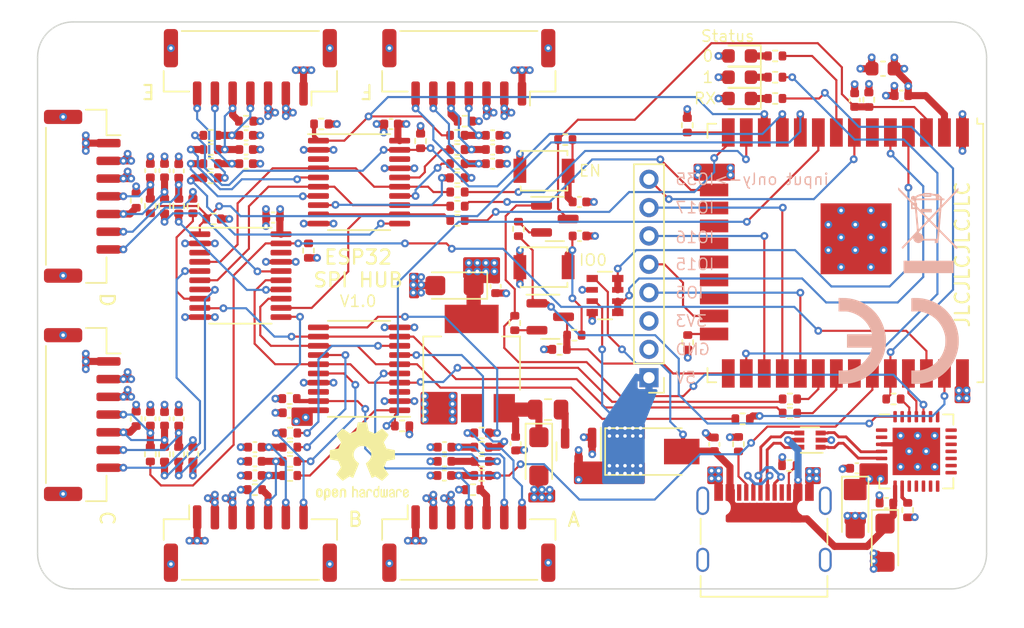
<source format=kicad_pcb>
(kicad_pcb (version 20211014) (generator pcbnew)
  (layers (0 "F.Cu" signal) (1 "In1.Cu" power "In1.GND") (2 "In2.Cu" power "In2.VCC") (31 "B.Cu" signal) (34 "B.Paste" user) (35 "F.Paste" user) (36 "B.SilkS" user "B.Silkscreen") (37 "F.SilkS" user "F.Silkscreen") (38 "B.Mask" user) (39 "F.Mask" user) (44 "Edge.Cuts" user))
  (net 0 "")
  (net 1 "Net-(C1-Pad1)")
  (net 2 "GND")
  (net 3 "+3V3")
  (net 4 "ESP_EN")
  (net 5 "5V_USB")
  (net 6 "/SPI ports A & B/S1_CLK")
  (net 7 "/SPI ports A & B/S1_MOSI")
  (net 8 "/SPI ports A & B/S2_CLK")
  (net 9 "/SPI ports A & B/S2_MOSI")
  (net 10 "/SPI ports C & D/S1_CLK")
  (net 11 "/SPI ports C & D/S1_MOSI")
  (net 12 "/SPI ports C & D/S2_CLK")
  (net 13 "/SPI ports C & D/S2_MOSI")
  (net 14 "/SPI ports E & F/S1_CLK")
  (net 15 "/SPI ports E & F/S1_MOSI")
  (net 16 "/SPI ports E & F/S2_CLK")
  (net 17 "/SPI ports E & F/S2_MOSI")
  (net 18 "+5V")
  (net 19 "Net-(D2-Pad1)")
  (net 20 "Net-(D3-Pad1)")
  (net 21 "Net-(D4-Pad1)")
  (net 22 "Net-(FB1-Pad1)")
  (net 23 "ESP_IO5")
  (net 24 "ESP_IO15")
  (net 25 "ESP_IO16")
  (net 26 "ESP_IO17")
  (net 27 "ESP_IO35")
  (net 28 "USB_CONN_D-")
  (net 29 "USB_CONN_D+")
  (net 30 "/SPI ports A & B/S1_MISO")
  (net 31 "/SPI ports A & B/S2_MISO")
  (net 32 "/SPI ports C & D/S1_MISO")
  (net 33 "/SPI ports C & D/S2_MISO")
  (net 34 "/SPI ports E & F/S1_MISO")
  (net 35 "/SPI ports E & F/S2_MISO")
  (net 36 "Net-(Q2-Pad1)")
  (net 37 "Net-(Q2-Pad2)")
  (net 38 "Net-(Q3-Pad1)")
  (net 39 "Net-(Q3-Pad2)")
  (net 40 "ESP_IO0")
  (net 41 "ESP_RXD")
  (net 42 "ESP_IO2")
  (net 43 "/IO12")
  (net 44 "B0-MISO")
  (net 45 "/IO13")
  (net 46 "B0-MOSI")
  (net 47 "/IO14")
  (net 48 "B0-CLK")
  (net 49 "/IO18")
  (net 50 "B1-CLK")
  (net 51 "/IO19")
  (net 52 "B1-MISO")
  (net 53 "/IO23")
  (net 54 "B1-MOSI")
  (net 55 "LED_GREEN")
  (net 56 "LED_BLUE")
  (net 57 "B1_CS1")
  (net 58 "Net-(C14-Pad1)")
  (net 59 "B1_CS2")
  (net 60 "Net-(C16-Pad1)")
  (net 61 "B0_CS2")
  (net 62 "Net-(C17-Pad1)")
  (net 63 "B1_CS0")
  (net 64 "Net-(C18-Pad1)")
  (net 65 "B0_CS0")
  (net 66 "Net-(C19-Pad1)")
  (net 67 "B0_CS1")
  (net 68 "Net-(C20-Pad1)")
  (net 69 "Net-(RN1-Pad1)")
  (net 70 "Net-(RN1-Pad3)")
  (net 73 "USB_D+")
  (net 74 "USB_D-")
  (net 89 "ESP_TXD")
  (net 105 "Net-(C13-Pad1)")
  (net 106 "Net-(C21-Pad1)")
  (net 107 "Net-(P1-PadA5)")
  (net 108 "Net-(P1-PadB5)")
  (net 110 "Net-(R1-Pad2)")
  (net 111 "Net-(R2-Pad1)")
  (net 112 "Net-(C28-Pad1)")
  (net 113 "Net-(C23-Pad1)")
  (net 114 "Net-(C24-Pad1)")
  (net 115 "Net-(C25-Pad1)")
  (net 116 "Net-(C26-Pad1)")
  (net 117 "Net-(C27-Pad1)")
  (net 118 "Net-(C35-Pad1)")
  (net 119 "Net-(C30-Pad1)")
  (net 120 "Net-(C31-Pad1)")
  (net 121 "Net-(C32-Pad1)")
  (net 122 "Net-(C33-Pad1)")
  (net 123 "Net-(C34-Pad1)")
  (net 126 "Net-(J2-Pad7)")
  (net 127 "Net-(J3-Pad7)")
  (net 128 "Net-(J4-Pad7)")
  (net 129 "Net-(J5-Pad7)")
  (net 130 "Net-(J6-Pad7)")
  (net 131 "Net-(J7-Pad7)")
  (footprint "Capacitor_SMD:C_0402_1005Metric" (layer "F.Cu") (at 181.94 141.24 180)
    (fp_text reference "C10" hide)
    (fp_text value "0.1uF")
  )
  (footprint "Capacitor_SMD:C_0402_1005Metric" (layer "F.Cu") (at 136.8 116.3)
    (fp_text reference "C34" hide)
    (fp_text value "220pF")
  )
  (footprint "Resistor_SMD:R_0402_1005Metric" (layer "F.Cu") (at 139.8625 133.875)
    (fp_text reference "R28" hide)
    (fp_text value "10k")
  )
  (footprint "Capacitor_SMD:C_0402_1005Metric" (layer "F.Cu") (at 155.8 137.05 -90)
    (fp_text reference "C1" hide)
    (fp_text value "0.1uF")
  )
  (footprint "MountingHole:MountingHole_3mm" (layer "F.Cu") (at 124.6 144.8)
    (fp_text reference "H6" hide)
    (fp_text value "MountingHole")
  )
  (footprint "Capacitor_SMD:C_0402_1005Metric" (layer "F.Cu") (at 132.05 135.3 90)
    (fp_text reference "C28" hide)
    (fp_text value "220pF")
  )
  (footprint "Resistor_SMD:R_0402_1005Metric" (layer "F.Cu") (at 132.05 137.8 90)
    (fp_text reference "R44" hide)
    (fp_text value "100")
  )
  (footprint "Resistor_SMD:R_0402_1005Metric" (layer "F.Cu") (at 141.2 123.435 90)
    (fp_text reference "R40" hide)
    (fp_text value "10k")
  )
  (footprint "Capacitor_SMD:C_0402_1005Metric" (layer "F.Cu") (at 130.05 135.3 90)
    (fp_text reference "C26" hide)
    (fp_text value "220pF")
  )
  (footprint "Resistor_SMD:R_0402_1005Metric" (layer "F.Cu") (at 183.44 141.74 90)
    (fp_text reference "R1" hide)
    (fp_text value "4.7k")
  )
  (footprint "MountingHole:MountingHole_3mm" (layer "F.Cu") (at 186.5 109.8)
    (fp_text reference "H3" hide)
    (fp_text value "MountingHole")
  )
  (footprint "Capacitor_SMD:C_0402_1005Metric" (layer "F.Cu") (at 139.8625 134.875 180)
    (fp_text reference "C15" hide)
    (fp_text value "0.1uF")
  )
  (footprint "Resistor_SMD:R_0402_1005Metric" (layer "F.Cu") (at 151.69 116.3)
    (fp_text reference "R48" hide)
    (fp_text value "100")
  )
  (footprint "LED_SMD:LED_0603_1608Metric" (layer "F.Cu") (at 171.6 112.7 180)
    (fp_text reference "D2" hide)
    (fp_text value "YE")
  )
  (footprint "Capacitor_SMD:C_0402_1005Metric" (layer "F.Cu") (at 136.8 115.3)
    (fp_text reference "C33" hide)
    (fp_text value "220pF")
  )
  (footprint "MountingHole:MountingHole_3mm" (layer "F.Cu") (at 124.6 109.8)
    (fp_text reference "H1" hide)
    (fp_text value "MountingHole")
  )
  (footprint "Resistor_SMD:R_0402_1005Metric" (layer "F.Cu") (at 134.3 116.3)
    (fp_text reference "R55" hide)
    (fp_text value "100")
  )
  (footprint "Resistor_SMD:R_0402_1005Metric" (layer "F.Cu") (at 129.05 119.9 -90)
    (fp_text reference "R34" hide)
    (fp_text value "100k")
  )
  (footprint "Resistor_SMD:R_0402_1005Metric" (layer "F.Cu") (at 131.05 120.29 90)
    (fp_text reference "R36" hide)
    (fp_text value "100")
  )
  (footprint "Resistor_SMD:R_0402_1005Metric" (layer "F.Cu") (at 167.935 129.9 -90)
    (fp_text reference "R7" hide)
    (fp_text value "DNP")
  )
  (footprint "Resistor_SMD:R_0402_1005Metric" (layer "F.Cu") (at 149.1 115.7 -90)
    (fp_text reference "R52" hide)
    (fp_text value "10k")
  )
  (footprint "Resistor_SMD:R_0402_1005Metric" (layer "F.Cu") (at 174.1 112.7)
    (fp_text reference "R18" hide)
    (fp_text value "1k")
  )
  (footprint "Package_DFN_QFN:QFN-28-1EP_5x5mm_P0.5mm_EP3.35x3.35mm" (layer "F.Cu") (at 184.05 137.6)
    (fp_text reference "U2" hide)
    (fp_text value "CP2102-GMR")
  )
  (footprint "Resistor_SMD:R_0402_1005Metric" (layer "F.Cu") (at 171.51 137.09 90)
    (fp_text reference "R15" hide)
    (fp_text value "5.1k")
  )
  (footprint "Resistor_SMD:R_0402_1005Metric" (layer "F.Cu") (at 153.4 136.3 180)
    (fp_text reference "R33" hide)
    (fp_text value "100")
  )
  (footprint "Capacitor_SMD:C_0402_1005Metric" (layer "F.Cu") (at 160.3 120)
    (fp_text reference "C13" hide)
    (fp_text value "1nF")
  )
  (footprint "Resistor_SMD:R_0402_1005Metric" (layer "F.Cu") (at 151.69 117.3)
    (fp_text reference "R49" hide)
    (fp_text value "100")
  )
  (footprint "Package_TO_SOT_SMD:SOT-563" (layer "F.Cu") (at 176.55 136.8 180)
    (fp_text reference "U4" hide)
    (fp_text value "82400152")
  )
  (footprint "Capacitor_SMD:C_0402_1005Metric" (layer "F.Cu") (at 179.7 112.81 90)
    (fp_text reference "C9" hide)
    (fp_text value "10uF")
  )
  (footprint "Resistor_SMD:R_0402_1005Metric" (layer "F.Cu") (at 139.9 136.3 180)
    (fp_text reference "R26" hide)
    (fp_text value "100")
  )
  (footprint "Connector_USB:USB_C_Receptacle_Palconn_UTC16-G" (layer "F.Cu") (at 173.31 143.01)
    (fp_text reference "P1" hide)
    (fp_text value "USB_C_Plug_USB2.0")
  )
  (footprint "Resistor_SMD:R_0402_1005Metric" (layer "F.Cu") (at 147.8 135.8 180)
    (fp_text reference "R29" hide)
    (fp_text value "10k")
  )
  (footprint "Capacitor_SMD:C_0402_1005Metric" (layer "F.Cu") (at 169.81 137.1 90)
    (fp_text reference "C12" hide)
    (fp_text value "0.1uF")
  )
  (footprint "Resistor_SMD:R_0402_1005Metric" (layer "F.Cu") (at 130.05 120.29 90)
    (fp_text reference "R35" hide)
    (fp_text value "100")
  )
  (footprint "Capacitor_SMD:C_0603_1608Metric" (layer "F.Cu") (at 181.7 110.6 180)
    (fp_text reference "C6" hide)
    (fp_text value "22uF")
  )
  (footprint "Button_Switch_SMD:SW_SPST_B3U-1000P-B" (layer "F.Cu") (at 157.8 124.6)
    (fp_text reference "SW2" hide)
    (fp_text value "SW_Push")
  )
  (footprint "Resistor_SMD:R_0402_1005Metric" (layer "F.Cu") (at 133.05 137.8 90)
    (fp_text reference "R45" hide)
    (fp_text value "100")
  )
  (footprint "Resistor_SMD:R_0402_1005Metric" (layer "F.Cu") (at 180.7 112.79 -90)
    (fp_text reference "R3" hide)
    (fp_text value "12k")
  )
  (footprint "Connector_JST:JST_GH_SM07B-GHS-TB_1x07-1MP_P1.25mm_Horizontal" (layer "F.Cu") (at 137.1 110.5 180)
    (fp_text reference "J7" hide)
    (fp_text value "SM07B-GHS-TB")
  )
  (footprint "Capacitor_Tantalum_SMD:CP_EIA-3216-18_Kemet-A" (layer "F.Cu") (at 151.49 125.9 180)
    (fp_text reference "C4" hide)
    (fp_text value "10uF")
  )
  (footprint "Resistor_SMD:R_0402_1005Metric" (layer "F.Cu") (at 167.9 114.59 90)
    (fp_text reference "R8" hide)
    (fp_text value "DNP")
  )
  (footprint "Resistor_SMD:R_0402_1005Metric" (layer "F.Cu") (at 151.7 120.3 180)
    (fp_text reference "R10" hide)
    (fp_text value "100")
  )
  (footprint "Connector_JST:JST_GH_SM07B-GHS-TB_1x07-1MP_P1.25mm_Horizontal" (layer "F.Cu") (at 137.1 144.1)
    (fp_text reference "J2" hide)
    (fp_text value "SM07B-GHS-TB")
  )
  (footprint "Resistor_SMD:R_0402_1005Metric" (layer "F.Cu") (at 131.05 137.8 90)
    (fp_text reference "R43" hide)
    (fp_text value "100")
  )
  (footprint "Resistor_SMD:R_0402_1005Metric" (layer "F.Cu") (at 155.74 128.54 -90)
    (fp_text reference "R5" hide)
    (fp_text value "12k")
  )
  (footprint "Capacitor_SMD:C_0402_1005Metric" (layer "F.Cu") (at 150.79 137.3 180)
    (fp_text reference "C21" hide)
    (fp_text value "220pF")
  )
  (footprint "Resistor_SMD:R_0402_1005Metric" (layer "F.Cu") (at 134.3 118.3)
    (fp_text reference "R57" hide)
    (fp_text value "100")
  )
  (footprint "Capacitor_SMD:C_0402_1005Metric" (layer "F.Cu") (at 130.05 117.79 90)
    (fp_text reference "C23" hide)
    (fp_text value "220pF")
  )
  (footprint "Resistor_SMD:R_0402_1005Metric" (layer "F.Cu") (at 153.4 139.3 180)
    (fp_text reference "R30" hide)
    (fp_text value "100")
  )
  (footprint "Connector_JST:JST_GH_SM07B-GHS-TB_1x07-1MP_P1.25mm_Horizontal" (layer "F.Cu") (at 152.5 110.5 180)
    (fp_text reference "J6" hide)
    (fp_text value "SM07B-GHS-TB")
  )
  (footprint "Button_Switch_SMD:SW_SPST_B3U-1000P-B" (layer "F.Cu") (at 157.8 117.8)
    (fp_text reference "SW1" hide)
    (fp_text value "SW_Push")
  )
  (footprint "Capacitor_SMD:C_0402_1005Metric" (layer "F.Cu") (at 154.18 117.3)
    (fp_text reference "C32" hide)
    (fp_text value "220pF")
  )
  (footprint "Resistor_SMD:R_0402_1005Metric" (layer "F.Cu") (at 159.94 129.4 180)
    (fp_text reference "R21" hide)
    (fp_text value "470")
  )
  (footprint "Resistor_SMD:R_0402_1005Metric" (layer "F.Cu") (at 153.4 137.3 180)
    (fp_text reference "R32" hide)
    (fp_text value "100")
  )
  (footprint "Resistor_SMD:R_Array_Convex_4x0603" (layer "F.Cu") (at 162.1 126.6 180)
    (fp_text reference "RN1" hide)
    (fp_text value "1k")
  )
  (footprint "Resistor_SMD:R_0402_1005Metric" (layer "F.Cu") (at 136.8 114.3 180)
    (fp_text reference "R51" hide)
    (fp_text value "100k")
  )
  (footprint "Resistor_SMD:R_0805_2012Metric" (layer "F.Cu") (at 158.0875 134.65 180)
    (fp_text reference "FB1" hide)
    (fp_text value "100 @ 100MHz")
  )
  (footprint "Resistor_SMD:R_0402_1005Metric" (layer "F.Cu") (at 156 121.9 90)
    (fp_text reference "R4" hide)
    (fp_text value "12k")
  )
  (footprint "RF_Module:ESP32-WROOM-32U" (layer "F.Cu") (at 179.045 123.6 -90)
    (fp_text reference "U3" hide)
    (fp_text value "ESP32-WROOM-32UE-N16")
  )
  (footprint "Resistor_SMD:R_0402_1005Metric" (layer "F.Cu") (at 151.69 118.3)
    (fp_text reference "R50" hide)
    (fp_text value "100")
  )
  (footprint "Resistor_SMD:R_0402_1005Metric" (layer "F.Cu") (at 175.09 138.6 180)
    (fp_text reference "R16" hide)
    (fp_text value "5.1k")
  )
  (footprint "Capacitor_SMD:C_0402_1005Metric" (layer "F.Cu") (at 179.86 138.79 180)
    (fp_text reference "C7" hide)
    (fp_text value "0.1uF")
  )
  (footprint "Package_TO_SOT_SMD:SOT-23" (layer "F.Cu") (at 160.24 137.6 -90)
    (fp_text reference "Q1" hide)
    (fp_text value "AO3401A")
  )
  (footprint "Resistor_SMD:R_0402_1005Metric" (layer "F.Cu") (at 133.05 120.29 90)
    (fp_text reference "R38" hide)
    (fp_text value "100")
  )
  (footprint "Capacitor_SMD:C_0402_1005Metric" (layer "F.Cu") (at 137.42 138.3 180)
    (fp_text reference "C17" hide)
    (fp_text value "220pF")
  )
  (footprint "MountingHole:MountingHole_3mm" (layer "F.Cu") (at 186.5 144.8)
    (fp_text reference "H4" hide)
    (fp_text value "MountingHole")
  )
  (footprint "Capacitor_SMD:C_0402_1005Metric" (layer "F.Cu") (at 150.77 139.3 180)
    (fp_text reference "C19" hide)
    (fp_text value "220pF")
  )
  (footprint "Capacitor_SMD:C_0402_1005Metric" (layer "F.Cu") (at 131.05 135.3 90)
    (fp_text reference "C27" hide)
    (fp_text value "220pF")
  )
  (footprint "Capacitor_SMD:C_0402_1005Metric" (layer "F.Cu") (at 154.18 115.3)
    (fp_text reference "C30" hide)
    (fp_text value "220pF")
  )
  (footprint "Capacitor_SMD:C_0402_1005Metric" (layer "F.Cu") (at 154.39 125.95 -90)
    (fp_text reference "C3" hide)
    (fp_text value "0.1uF")
  )
  (footprint "Resistor_SMD:R_0402_1005Metric" (layer "F.Cu") (at 132.05 120.3 90)
    (fp_text reference "R37" hide)
    (fp_text value "100")
  )
  (footprint "Connector_JST:JST_GH_SM07B-GHS-TB_1x07-1MP_P1.25mm_Horizontal" (layer "F.Cu") (at 125.25 119.6 -90)
    (fp_text reference "J4" hide)
    (fp_text value "SM07B-GHS-TB")
  )
  (footprint "Resistor_SMD:R_0402_1005Metric" (layer "F.Cu") (at 151.69 115.3)
    (fp_text reference "R47" hide)
    (fp_text value "100")
  )
  (footprint "Capacitor_Tantalum_SMD:CP_EIA-3216-18_Kemet-A" (layer "F.Cu") (at 179.74 141.69 -90)
    (fp_text reference "C8" hide)
    (fp_text value "10uF")
  )
  (footprint "Resistor_SMD:R_0402_1005Metric" (layer "F.Cu") (at 134.3 115.3)
    (fp_text reference "R54" hide)
    (fp_text value "100")
  )
  (footprint "Resistor_SMD:R_0402_1005Metric" (layer "F.Cu") (at 174.1 109.7)
    (fp_text reference "R20" hide)
    (fp_text value "1k")
  )
  (footprint "Capacitor_SMD:C_0402_1005Metric" (layer "F.Cu") (at 150.79 138.3 180)
    (fp_text reference "C20" hide)
    (fp_text value "220pF")
  )
  (footprint "Capacitor_Tantalum_SMD:CP_EIA-3216-18_Kemet-A" (layer "F.Cu") (at 157.44 137.95 -90)
    (fp_text reference "C2" hide)
    (fp_text value "10uF")
  )
  (footprint "Capacitor_SMD:C_0402_1005Metric" (layer "F.Cu") (at 138.7 121.1 180)
    (fp_text reference "C22" hide)
    (fp_text value "0.1uF")
  )
  (footprint "Connector_JST:JST_GH_SM07B-GHS-TB_1x07-1MP_P1.25mm_Horizontal" (layer "F.Cu") (at 125.25 135 -90)
    (fp_text reference "J5" hide)
    (fp_text value "SM07B-GHS-TB")
  )
  (footprint "Capacitor_SMD:C_0402_1005Metric" (layer "F.Cu") (at 132.05 117.81 90)
    (fp_text reference "C25" hide)
    (fp_text value "220pF")
  )
  (footprint "Capacitor_SMD:C_0402_1005Metric" (layer "F.Cu") (at 131.05 117.79 90)
    (fp_text reference "C24" hide)
    (fp_text value "220pF")
  )
  (footprint "MountingHole:MountingHole_3mm" (layer "F.Cu") (at 163.5 109.8)
    (fp_text reference "H2" hide)
    (fp_text value "MountingHole")
  )
  (footprint "Connector_JST:JST_GH_SM07B-GHS-TB_1x07-1MP_P1.25mm_Horizontal" (layer "F.Cu") (at 152.5 144.1)
    (fp_text reference "J3" hide)
    (fp_text value "SM07B-GHS-TB")
  )
  (footprint "Capacitor_SMD:C_0402_1005Metric" (layer "F.Cu") (at 160.3 122.4)
    (fp_text reference "C14" hide)
    (fp_text value "1nF")
  )
  (footprint "Resistor_SMD:R_0402_1005Metric" (layer "F.Cu") (at 171.8 135.3 180)
    (fp_text reference "R14" hide)
    (fp_text value "100")
  )
  (footprint "Resistor_SMD:R_0402_1005Metric" (layer "F.Cu") (at 134.3 117.3)
    (fp_text reference "R56" hide)
    (fp_text value "100")
  )
  (footprint "LED_SMD:LED_0603_1608Metric" (layer "F.Cu") (at 171.6 111.2 180)
    (fp_text reference "D3" hide)
    (fp_text value "GN")
  )
  (footprint "Resistor_SMD:R_0402_1005Metric" (layer "F.Cu") (at 159.3 115.6 180)
    (fp_text reference "R17" hide)
    (fp_text value "470")
  )
  (footprint "Diode_SMD:D_SMA" (layer "F.Cu") (at 165.51 137.61)
    (fp_text reference "D1" hide)
    (fp_text value "SS34")
  )
  (footprint "Package_TO_SOT_SMD:SOT-23" (layer "F.Cu") (at 158.5625 121.2)
    (fp_text reference "Q2" hide)
    (fp_text value "S8050")
  )
  (footprint "Package_SO:TSSOP-20_4.4x6.5mm_P0.65mm" (layer "F.Cu") (at 136.4 125.2)
    (fp_text reference "U6" hide)
    (fp_text value "74HC244")
  )
  (footprint "Resistor_SMD:R_0402_1005Metric" (layer "F.Cu") (at 175.135 133.9 180)
    (fp_text reference "R12" hide)
    (fp_text value "100")
  )
  (footprint "Resistor_SMD:R_0402_1005Metric" (layer "F.Cu") (at 151.7 119.3 180)
    (fp_text reference "R11" hide)
    (fp_text value "100")
  )
  (footprint "Resistor_SMD:R_0402_1005Metric" (layer "F.Cu") (at 174.1 111.2)
    (fp_text reference "R19" hide)
    (fp_text value "1k")
  )
  (footprint "Capacitor_SMD:C_0402_1005Metric" (layer "F.Cu") (at 136.8 117.3)
    (fp_text reference "C35" hide)
    (fp_text value "220pF")
  )
  (footprint "Capacitor_SMD:C_0402_1005Metric" (layer "F.Cu") (at 147.02 114.5 180)
    (fp_text reference "C29" hide)
    (fp_text value "0.1uF")
  )
  (footprint "Resistor_SMD:R_0402_1005Metric" (layer "F.Cu") (at 182.435 133.9 180)
    (fp_text reference "R2" hide)
    (fp_text value "100")
  )
  (footprint "Capacitor_SMD:C_0402_1005Metric" (layer "F.Cu") (at 154.18 116.3)
    (fp_text reference "C31" hide)
    (fp_text value "220pF")
  )
  (footprint "Resistor_SMD:R_0402_1005Metric" (layer "F.Cu") (at 130.05 137.8 90)
    (fp_text reference "R42" hide)
    (fp_text value "100")
  )
  (footprint "Resistor_SMD:R_0402_1005Metric" (layer "F.Cu") (at 139.9 137.3 180)
    (fp_text reference "R25" hide)
    (fp_text value "100")
  )
  (footprint "Package_TO_SOT_SMD:SOT-223-3_TabPin2" (layer "F.Cu") (at 152.7 131.4 90)
    (fp_text reference "U1" hide)
    (fp_text value "AMS1117-3.3")
  )
  (footprint "Capacitor_SMD:C_0402_1005Metric" (layer "F.Cu") (at 137.42 139.3 180)
    (fp_text reference "C16" hide)
    (fp_text value "220pF")
  )
  (footprint "Resistor_SMD:R_0402_1005Metric" (layer "F.Cu") (at 139.9 139.3 180)
    (fp_text reference "R23" hide)
    (fp_text value "100")
  )
  (footprint "Symbol:OSHW-Logo2_7.3x6mm_SilkScreen" (layer "F.Cu") (at 145 138.3)
    (fp_text reference "REF**" hide)
    (fp_text value "OSHW-Logo2_7.3x6mm_SilkScreen" hide)
  )
  (footprint "Resistor_SMD:R_0402_1005Metric" (layer "F.Cu") (at 152.22 114.3 180)
    (fp_text reference "R46" hide)
    (fp_text value "100k")
  )
  (footprint "Capacitor_SMD:C_0402_1005Metric" (layer "F.Cu") (at 137.42 137.3 180)
    (fp_text reference "C18" hide)
    (fp_text value "220pF")
  )
  (footprint "Package_TO_SOT_SMD:SOT-23" (layer "F.Cu") (at 158.24 128.1)
    (fp_text reference "Q3" hide)
    (fp_text value "S8050")
  )
  (footprint "LED_SMD:LED_0603_1608Metric" (layer "F.Cu") (at 171.6 109.7 180)
    (fp_text reference "D4" hide)
    (fp_text value "BU")
  )
  (footprint "Resistor_SMD:R_0402_1005Metric" (layer "F.Cu") (at 137.42 140.3)
    (fp_text reference "R22" hide)
    (fp_text value "100k")
  )
  (footprint "MountingHole:MountingHole_3mm" (layer "F.Cu") (at 163.5 144.8)
    (fp_text reference "H5" hide)
    (fp_text value "MountingHole")
  )
  (footprint "Resistor_SMD:R_0402_1005Metric" (layer "F.Cu") (at 153.4 138.3 180)
    (fp_text reference "R31" hide)
    (fp_text value "100")
  )
  (footprint "Resistor_SMD:R_0402_1005Metric" (layer "F.Cu") (at 158.9 130.4)
    (fp_text reference "R6" hide)
    (fp_text value "12k")
  )
  (footprint "Capacitor_Tantalum_SMD:CP_EIA-3216-18_Kemet-A" (layer "F.Cu") (at 181.84 144.04 -90)
    (fp_text reference "C11" hide)
    (fp_text value "10uF")
  )
  (footprint "Package_SO:TSSOP-20_4.4x6.5mm_P0.65mm" (layer "F.Cu") (at 144.7625 131.775 180)
    (fp_text reference "U5" hide)
    (fp_text value "74HC244")
  )
  (footprint "Resistor_SMD:R_0402_1005Metric" (layer "F.Cu") (at 175.135 134.9 180)
    (fp_text reference "R13" hide)
    (fp_text value "100")
  )
  (footprint "Resistor_SMD:R_0402_1005Metric" (layer "F.Cu") (at 129.05 135.3 -90)
    (fp_text reference "R39" hide)
    (fp_text value "100k")
  )
  (footprint "Resistor_SMD:R_0402_1005Metric" (layer "F.Cu") (at 134.5 121.2 180)
    (fp_text reference "R41" hide)
    (fp_text value "10k")
  )
  (footprint "Resistor_SMD:R_0402_1005Metric" (layer "F.Cu") (at 152.8 140.3)
    (fp_text reference "R27" hide)
    (fp_text value "100k")
  )
  (footprint "Connector_PinHeader_2.00mm:PinHeader_1x08_P2.00mm_Vertical" (layer "F.Cu") (at 165.2 132.4 180)
    (fp_text reference "J1" hide)
    (fp_text value "EXT_HEADER")
  )
  (footprint "Resistor_SMD:R_0402_1005Metric" (layer "F.Cu") (at 139.9 138.3 180)
    (fp_text reference "R24" hide)
    (fp_text value "100")
  )
  (footprint "Capacitor_SMD:C_0402_1005Metric" (layer "F.Cu") (at 183 112.5 180)
    (fp_text reference "C5" hide)
    (fp_text value "0.1uF")
  )
  (footprint "Resistor_SMD:R_0402_1005Metric" (layer "F.Cu") (at 151.7 121.3 180)
    (fp_text reference "R9" hide)
    (fp_text value "100")
  )
  (footprint "Package_SO:TSSOP-20_4.4x6.5mm_P0.65mm" (layer "F.Cu") (at 144.7625 118.6)
    (fp_text reference "U7" hide)
    (fp_text value "74HC244")
  )
  (footprint "Resistor_SMD:R_0402_1005Metric" (layer "F.Cu") (at 142.1 114.5 180)
    (fp_text reference "R53" hide)
    (fp_text value "10k")
  )
  (footprint "Symbol:WEEE-Logo_4.2x6mm_SilkScreen" (layer "B.Cu") (at 184.9 122 180)
    (fp_text reference "REF**" hide)
    (fp_text value "WEEE-Logo_4.2x6mm_SilkScreen" hide)
  )
  (footprint "Symbol:CE-Logo_8.5x6mm_SilkScreen" (layer "B.Cu") (at 182.8 129.8 180)
    (fp_text reference "REF**" hide)
    (fp_text value "CE-Logo_8.5x6mm_SilkScreen" hide)
  )
  (gr_line (start 186.5 147.3) (end 124.6 147.3) (layer "Edge.Cuts") (width 0.1))
  (gr_arc (start 189 144.8) (mid 188.267767 146.567767) (end 186.5 147.3) (layer "Edge.Cuts") (width 0.1))
  (gr_line (start 189 109.8) (end 189 144.8) (layer "Edge.Cuts") (width 0.1))
  (gr_line (start 124.6 107.3) (end 186.5 107.3) (layer "Edge.Cuts") (width 0.1))
  (gr_arc (start 122.1 109.8) (mid 122.832233 108.032233) (end 124.6 107.3) (layer "Edge.Cuts") (width 0.1))
  (gr_line (start 122.1 144.8) (end 122.1 109.8) (layer "Edge.Cuts") (width 0.1))
  (gr_arc (start 124.6 147.3) (mid 122.832233 146.567767) (end 122.1 144.8) (layer "Edge.Cuts") (width 0.1))
  (gr_arc (start 186.5 107.3) (mid 188.267767 108.032233) (end 189 109.8) (layer "Edge.Cuts") (width 0.1))
  (gr_text "3V3" (at 167 128.4) (layer "B.SilkS") (effects (font (size 0.8 0.8) (thickness 0.1)) (justify right mirror)))
  (gr_text "IO5" (at 167 126.4) (layer "B.SilkS") (effects (font (size 0.8 0.8) (thickness 0.1)) (justify right mirror)))
  (gr_text "IO15" (at 167 124.4) (layer "B.SilkS") (effects (font (size 0.8 0.8) (thickness 0.1)) (justify right mirror)))
  (gr_text "5V" (at 167 132.4) (layer "B.SilkS") (effects (font (size 0.8 0.8) (thickness 0.1)) (justify right mirror)))
  (gr_text "IO16" (at 167 122.5) (layer "B.SilkS") (effects (font (size 0.8 0.8) (thickness 0.1)) (justify right mirror)))
  (gr_text "IO17" (at 167 120.4) (layer "B.SilkS") (effects (font (size 0.8 0.8) (thickness 0.1)) (justify right mirror)))
  (gr_text "GND" (at 167 130.4) (layer "B.SilkS") (effects (font (size 0.8 0.8) (thickness 0.1)) (justify right mirror)))
  (gr_text "input only->IO35" (at 167 118.4) (layer "B.SilkS") (effects (font (size 0.8 0.8) (thickness 0.1)) (justify right mirror)))
  (gr_text "C" (at 127 142.3 -90) (layer "F.SilkS") (effects (font (size 1 1))))
  (gr_text "EN" (at 160.2 117.8) (layer "F.SilkS") (effects (font (size 0.8 0.8) (thickness 0.1)) (justify left)))
  (gr_text "F" (at 145.3 112.2 180) (layer "F.SilkS") (effects (font (size 1 1))))
  (gr_text "IO0" (at 160.2 124.1) (layer "F.SilkS") (effects (font (size 0.8 0.8) (thickness 0.1)) (justify left)))
  (gr_text "RX" (at 170 112.7) (layer "F.SilkS") (effects (font (size 0.8 0.8) (thickness 0.1)) (justify right)))
  (gr_text "V1.0" (at 144.7 127) (layer "F.SilkS") (effects (font (size 0.8 0.8) (thickness 0.1))))
  (gr_text "JLCJLCJLCJLC" (at 187.3 123.7 90) (layer "F.SilkS") (effects (font (size 1 1))))
  (gr_text "0" (at 169.8 109.7) (layer "F.SilkS") (effects (font (size 0.8 0.8) (thickness 0.1)) (justify right)))
  (gr_text "ESP32\nSPI HUB" (at 144.7 124.7) (layer "F.SilkS") (effects (font (size 1 1))))
  (gr_text "B" (at 144.5 142.4) (layer "F.SilkS") (effects (font (size 1 1))))
  (gr_text "A" (at 159.9 142.4) (layer "F.SilkS") (effects (font (size 1 1))))
  (gr_text "D" (at 127 126.9 -90) (layer "F.SilkS") (effects (font (size 1 1))))
  (gr_text "E" (at 129.9 112.2 180) (layer "F.SilkS") (effects (font (size 1 1))))
  (gr_text "1" (at 169.8 111.2) (layer "F.SilkS") (effects (font (size 0.8 0.8) (thickness 0.1)) (justify right)))
  (gr_text "Status" (at 172.7 108.3) (layer "F.SilkS") (effects (font (size 0.8 0.8) (thickness 0.1)) (justify right)))
  (segment (start 157.44 136.6) (end 157.44 134.915) (width 0.5) (layer "F.Cu") (net 1))
  (segment (start 155.8 135.35) (end 155 134.55) (width 0.5) (layer "F.Cu") (net 1))
  (segment (start 155.8 136.57) (end 155.8 135.35) (width 0.5) (layer "F.Cu") (net 1))
  (segment (start 157.175 134.65) (end 155.1 134.65) (width 1) (layer "F.Cu") (net 1))
  (segment (start 155.1 134.65) (end 155 134.55) (width 1) (layer "F.Cu") (net 1))
  (segment (start 157.44 134.915) (end 157.175 134.65) (width 0.5) (layer "F.Cu") (net 1))
  (segment (start 179.24 142.14) (end 179.24 142.54) (width 0.5) (layer "F.Cu") (net 2))
  (segment (start 179.24 142.54) (end 179.74 143.04) (width 0.5) (layer "F.Cu") (net 2))
  (segment (start 182.5 111.8) (end 182.5 112.48) (width 0.5) (layer "F.Cu") (net 2))
  (segment (start 128.45 116.6) (end 128.45 116.9) (width 0.5) (layer "F.Cu") (net 2))
  (segment (start 167.9 113.445) (end 167.9 114.08) (width 0.5) (layer "F.Cu") (net 2))
  (segment (start 146.5 114.54) (end 146.54 114.5) (width 0.5) (layer "F.Cu") (net 2))
  (segment (start 134.6 122.925) (end 133.5375 122.925) (width 0.3) (layer "F.Cu") (net 2))
  (segment (start 148.6625 117.625) (end 147.625 117.625) (width 0.3) (layer "F.Cu") (net 2))
  (segment (start 182.5 112.48) (end 182.52 112.5) (width 0.5) (layer "F.Cu") (net 2))
  (segment (start 128.65 132.5) (end 127.1 132.5) (width 0.5) (layer "F.Cu") (net 2))
  (segment (start 149.5 140.9) (end 149.8 140.9) (width 0.5) (layer "F.Cu") (net 2))
  (segment (start 130.05 116.79) (end 130.05 117.31) (width 0.5) (layer "F.Cu") (net 2))
  (segment (start 174.58 138.6) (end 174.58 138.02) (width 0.5) (layer "F.Cu") (net 2))
  (segment (start 155.5 113.7) (end 155.3 113.7) (width 0.5) (layer "F.Cu") (net 2))
  (segment (start 181.04 145.34) (end 181.79 145.34) (width 0.5) (layer "F.Cu") (net 2))
  (segment (start 138.2 121.08) (end 138.22 121.1) (width 0.5) (layer "F.Cu") (net 2))
  (segment (start 161.2 136.6725) (end 161.19 136.6625) (width 0.5) (layer "F.Cu") (net 2))
  (segment (start 179.38 138.79) (end 178.89 138.79) (width 0.5) (layer "F.Cu") (net 2))
  (segment (start 183.05 137.1) (end 183.54 137.59) (width 0.3) (layer "F.Cu") (net 2))
  (segment (start 169.52 136.62) (end 169.2 136.3) (width 0.5) (layer "F.Cu") (net 2))
  (segment (start 138.8625 134.875) (end 139.3825 134.875) (width 0.5) (layer "F.Cu") (net 2))
  (segment (start 142.9625 121.525) (end 141.9 121.525) (width 0.3) (layer "F.Cu") (net 2))
  (segment (start 171.49 136.6) (end 171.51 136.58) (width 0.5) (layer "F.Cu") (net 2))
  (segment (start 174.58 138.02) (end 174.6 138) (width 0.5) (layer "F.Cu") (net 2))
  (segment (start 177.3 136.8) (end 178.05 136.8) (width 0.3) (layer "F.Cu") (net 2))
  (segment (start 170.11 140.5) (end 170.11 139.51) (width 0.5) (layer "F.Cu") (net 2))
  (segment (start 161.1275 136.6) (end 161.19 136.6625) (width 0.5) (layer "F.Cu") (net 2))
  (segment (start 170.9 136.6) (end 171.49 136.6) (width 0.5) (layer "F.Cu") (net 2))
  (segment (start 155 113.9) (end 155 112.35) (width 0.5) (layer "F.Cu") (net 2))
  (segment (start 149.79 139.3) (end 150.29 139.3) (width 0.5) (layer "F.Cu") (net 2))
  (segment (start 137.28 117.3) (end 137.8 117.3) (width 0.5) (layer "F.Cu") (net 2))
  (segment (start 187.3 113.8) (end 187.3 115.1) (width 0.5) (layer "F.Cu") (net 2))
  (segment (start 142.9625 116.325) (end 141.9 116.325) (width 0.3) (layer "F.Cu") (net 2))
  (segment (start 128.45 132) (end 128.45 132.3) (width 0.5) (layer "F.Cu") (net 2))
  (segment (start 149.79 137.3) (end 150.31 137.3) (width 0.5) (layer "F.Cu") (net 2))
  (segment (start 149.79 138.3) (end 150.31 138.3) (width 0.5) (layer "F.Cu") (net 2))
  (segment (start 139.9 113.7) (end 139.6 113.4) (width 0.5) (layer "F.Cu") (net 2))
  (segment (start 128.65 117.1) (end 127.1 117.1) (width 0.5) (layer "F.Cu") (net 2))
  (segment (start 156.1 123.4) (end 156.1 124.6) (width 0.5) (layer "F.Cu") (net 2))
  (segment (start 179.24 142.14) (end 180.24 142.14) (width 0.5) (layer "F.Cu") (net 2))
  (segment (start 154.66 116.3) (end 155.2 116.3) (width 0.5) (layer "F.Cu") (net 2))
  (segment (start 155.2 115.3) (end 154.66 115.3) (width 0.5) (layer "F.Cu") (net 2))
  (segment (start 146.54 114.5) (end 146 114.5) (width 0.5) (layer "F.Cu") (net 2))
  (segment (start 149.8 140.9) (end 150 140.7) (width 0.5) (layer "F.Cu") (net 2))
  (segment (start 149.5 140.9) (end 149.7 140.9) (width 0.5) (layer "F.Cu") (net 2))
  (segment (start 140.1 113.7) (end 139.8 113.7) (width 0.5) (layer "F.Cu") (net 2))
  (segment (start 128.45 132.2) (end 128.15 132.5) (width 0.5) (layer "F.Cu") (net 2))
  (segment (start 136.42 139.3) (end 136.94 139.3) (width 0.5) (layer "F.Cu") (net 2))
  (segment (start 155.3 113.7) (end 155 113.4) (width 0.5) (layer "F.Cu") (net 2))
  (segment (start 134.1 140.9) (end 134.3 140.9) (width 0.5) (layer "F.Cu") (net 2))
  (segment (start 136.42 137.3) (end 136.94 137.3) (width 0.5) (layer "F.Cu") (net 2))
  (segment (start 180.9 109.8) (end 180.9 110.575) (width 0.5) (layer "F.Cu") (net 2))
  (segment (start 140.8625 121.525) (end 141.9 121.525) (width 0.3) (layer "F.Cu") (net 2))
  (segment (start 140.8625 132.75) (end 141.9 132.75) (width 0.3) (layer "F.Cu") (net 2))
  (segment (start 146.5625 128.85) (end 147.625 128.85) (width 0.3) (layer "F.Cu") (net 2))
  (segment (start 160.6 136.6) (end 161.1275 136.6) (width 0.5) (layer "F.Cu") (net 2))
  (segment (start 146.5625 134.05) (end 147.625 134.05) (width 0.3) (layer "F.Cu") (net 2))
  (segment (start 148.6625 128.85) (end 147.625 128.85) (width 0.3) (layer "F.Cu") (net 2))
  (segment (start 148.6625 134.05) (end 147.625 134.05) (width 0.3) (layer "F.Cu") (net 2))
  (segment (start 181.39 145.84) (end 181.84 145.39) (width 0.5) (layer "F.Cu") (net 2))
  (segment (start 134.1 140.9) (end 134.4 140.9) (width 0.5) (layer "F.Cu") (net 2))
  (segment (start 180.24 142.54) (end 179.74 143.04) (width 0.5) (layer "F.Cu") (net 2))
  (segment (start 146.5 115.1) (end 146.5 114.54) (width 0.5) (layer "F.Cu") (net 2))
  (segment (start 140.1 113.7) (end 139.9 113.7) (width 0.5) (layer "F.Cu") (net 2))
  (segment (start 180.1 110.6) (end 180.925 110.6) (width 0.5) (layer "F.Cu") (net 2))
  (segment (start 134.3 140.9) (end 134.6 141.2) (width 0.5) (layer "F.Cu") (net 2))
  (segment (start 181.6 137.1) (end 183.05 137.1) (width 0.3) (layer "F.Cu") (net 2))
  (segment (start 128.45 116.6) (end 128.45 116.8) (width 0.5) (layer "F.Cu") (net 2))
  (segment (start 156.4 137.5) (end 155.83 137.5) (width 0.5) (layer "F.Cu") (net 2))
  (segment (start 187.3 116.4) (end 187.3 115.1) (width 0.5) (layer "F.Cu") (net 2))
  (segment (start 136.42 138.3) (end 136.94 138.3) (width 0.5) (layer "F.Cu") (net 2))
  (segment (start 179.7 111.69) (end 179.7 112.33) (width 0.5) (layer "F.Cu") (net 2))
  (segment (start 180.24 142.14) (end 180.24 142.54) (width 0.5) (layer "F.Cu") (net 2))
  (segment (start 142.9625 132.75) (end 141.9 132.75) (width 0.3) (layer "F.Cu") (net 2))
  (segment (start 167.935 130.99) (end 167.935 130.41) (width 0.5) (layer "F.Cu") (net 2))
  (segment (start 128.45 132.3) (end 128.65 132.5) (width 0.5) (layer "F.Cu") (net 2))
  (segment (start 161.32 120) (end 160.78 120) (width 0.5) (layer "F.Cu") (net 2))
  (segment (start 138.2 120.5) (end 138.2 121.08) (width 0.5) (layer "F.Cu") (net 2))
  (segment (start 138.2 121.12) (end 138.22 121.1) (width 0.5) (layer "F.Cu") (net 2))
  (segment (start 155.12 126.43) (end 155.14 126.45) (width 0.5) (layer "F.Cu") (net 2))
  (segment (start 155.5 113.7) (end 155.2 113.7) (width 0.5) (layer "F.Cu") (net 2))
  (segment (start 132.05 116.79) (end 132.05 117.33) (width 0.5) (layer "F.Cu") (net 2))
  (segment (start 161.4 122.4) (end 160.78 122.4) (width 0.5) (layer "F.Cu") (net 2))
  (segment (start 150 140.7) (end 150 142.25) (width 0.5) (layer "F.Cu") (net 2))
  (segment (start 138.2 124.225) (end 139.2625 124.225) (width 0.3) (layer "F.Cu") (net 2))
  (segment (start 181.29 144.84) (end 181.84 145.39) (width 0.5) (layer "F.Cu") (net 2))
  (segment (start 128.45 116.8) (end 128.15 117.1) (width 0.5) (layer "F.Cu") (net 2))
  (segment (start 155.2 113.7) (end 155 113.9) (width 0.5) (layer "F.Cu") (net 2))
  (segment (start 149.7 140.9) (end 150 141.2) (width 0.5) (layer "F.Cu") (net 2))
  (segment (start 139.6 113.9) (end 139.6 112.35) (width 0.5) (layer "F.Cu") (net 2))
  (segment (start 179.74 142.14) (end 179.74 143.04) (width 0.5) (layer "F.Cu") (net 2))
  (segment (start 128.45 116.9) (end 128.65 117.1) (width 0.5) (layer "F.Cu") (net 2))
  (segment (start 134.6 140.7) (end 134.6 142.25) (width 0.5) (layer "F.Cu") (net 2))
  (segment (start 181.04 144.84) (end 181.04 145.84) (width 0.5) (layer "F.Cu") (net 2))
  (segment (start 156.1 116.6) (end 156.1 117.8) (width 0.5) (layer "F.Cu") (net 2))
  (segment (start 156.1 125.8) (end 156.1 124.6) (width 0.5) (layer "F.Cu") (net 2))
  (segment (start 137.28 116.3) (end 137.8 116.3) (width 0.5) (layer "F.Cu") (net 2))
  (segment (start 181.46 140.71) (end 181.44 140.69) (width 0.5) (layer "F.Cu") (net 2))
  (segment (start 180.9 110.575) (end 180.925 110.6) (width 0.5) (layer "F.Cu") (net 2))
  (segment (start 131.05 116.79) (end 131.05 117.31) (width 0.5) (layer "F.Cu") (net 2))
  (segment (start 155.2 117.3) (end 154.66 117.3) (width 0.5) (layer "F.Cu") (net 2))
  (segment (start 181.9 112.5) (end 182.52 112.5) (width 0.5) (layer "F.Cu") (net 2))
  (segment (start 161.2 126.2) (end 160.5 126.2) (width 0.3) (layer "F.Cu") (net 2))
  (segment (start 181.46 141.24) (end 181.46 140.71) (width 0.5) (layer "F.Cu") (net 2))
  (segment (start 134.4 140.9) (end 134.6 140.7) (width 0.5) (layer "F.Cu") (net 2))
  (segment (start 132.05 134.3) (end 132.05 134.82) (width 0.5) (layer "F.Cu") (net 2))
  (segment (start 181.79 145.34) (end 181.84 145.39) (width 0.5) (layer "F.Cu") (net 2))
  (segment (start 137.8 115.3) (end 137.28 115.3) (width 0.5) (layer "F.Cu") (net 2))
  (segment (start 132.5 128.125) (end 133.5375 128.125) (width 0.3) (layer "F.Cu") (net 2))
  (segment (start 181.04 144.84) (end 181.29 144.84) (width 0.5) (layer "F.Cu") (net 2))
  (segment (start 161.2 137.8) (end 161.2 136.6725) (width 0.5) (layer "F.Cu") (net 2))
  (segment (start 132.5 122.925) (end 133.5375 122.925) (width 0.3) (layer "F.Cu") (net 2))
  (segment (start 140.3 124.225) (end 139.2625 124.225) (width 0.3) (layer "F.Cu") (net 2))
  (segment (start 139.8 113.7) (end 139.6 113.9) (width 0.5) (layer "F.Cu") (net 2))
  (segment (start 134.6 128.125) (end 133.5375 128.125) (width 0.3) (layer "F.Cu") (net 2))
  (segment (start 130.05 134.3) (end 130.05 134.82) (width 0.5) (layer "F.Cu") (net 2))
  (segment (start 138.2 121.7) (end 138.2 121.12) (width 0.5) (layer "F.Cu") (net 2))
  (segment (start 176.51 140.5) (end 176.51 139.51) (width 0.5) (layer "F.Cu") (net 2))
  (segment (start 154.39 126.43) (end 155.12 126.43) (width 0.5) (layer "F.Cu") (net 2))
  (segment (start 161.2 127.8) (end 161.2 128.4) (width 0.5) (layer "F.Cu") (net 2))
  (segment (start 146.5625 117.625) (end 147.625 117.625) (width 0.3) (layer "F.Cu") (net 2))
  (segment (start 140.8625 116.325) (end 141.9 116.325) (width 0.3) (layer "F.Cu") (net 2))
  (segment (start 178.89 138.79) (end 178.84 138.84) (width 0.5) (layer "F.Cu") (net 2))
  (segment (start 169.81 136.62) (end 169.52 136.62) (width 0.5) (layer "F.Cu") (net 2))
  (segment (start 131.05 134.3) (end 131.05 134.82) (width 0.5) (layer "F.Cu") (net 2))
  (segment (start 181.04 145.84) (end 181.39 145.84) (width 0.5) (layer "F.Cu") (net 2))
  (segment (start 128.45 132) (end 128.45 132.2) (width 0.5) (layer "F.Cu") (net 2))
  (via (at 182.94 138.69) (size 0.55) (drill 0.25) (layers "F.Cu" "B.Cu") (net 2))
  (via (at 148.59 125.3) (size 0.55) (drill 0.25) (layers "F.Cu" "B.Cu") (net 2))
  (via (at 155.2 117.3) (size 0.55) (drill 0.25) (layers "F.Cu" "B.Cu") (net 2))
  (via (at 148.6625 117.625) (size 0.55) (drill 0.25) (layers "F.Cu" "B.Cu") (net 2))
  (via (at 156.1 123.4) (size 0.55) (drill 0.25) (layers "F.Cu" "B.Cu") (net 2))
  (via (at 149.14 125.3) (size 0.55) (drill 0.25) (layers "F.Cu" "B.Cu") (net 2))
  (via (at 170.945 117.6) (size 0.55) (drill 0.25) (layers "F.Cu" "B.Cu") (net 2))
  (via (at 181.9 112.5) (size 0.55) (drill 0.25) (layers "F.Cu" "B.Cu") (net 2))
  (via (at 177.01 139.01) (size 0.55) (drill 0.25) (layers "F.Cu" "B.Cu") (net 2))
  (via (at 155 113.95) (size 0.55) (drill 0.25) (layers "F.Cu" "B.Cu") (net 2))
  (via (at 132.5 128.125) (size 0.55) (drill 0.25) (layers "F.Cu" "B.Cu") (net 2))
  (via (at 140.8625 121.525) (size 0.55) (drill 0.25) (layers "F.Cu" "B.Cu") (net 2))
  (via (at 131.05 134.3) (size 0.55) (drill 0.25) (layers "F.Cu" "B.Cu") (net 2))
  (via (at 128.15 132.5) (size 0.55) (drill 0.25) (layers "F.Cu" "B.Cu") (net 2))
  (via (at 180.845 124.6) (size 0.55) (drill 0.25) (layers "F.Cu" "B.Cu") (net 2))
  (via (at 178.05 136.8) (size 0.55) (drill 0.25) (layers "F.Cu" "B.Cu") (net 2))
  (via (at 146.5625 134.05) (size 0.55) (drill 0.25) (layers "F.Cu" "B.Cu") (net 2))
  (via (at 123.9 114) (size 0.55) (drill 0.25) (layers "F.Cu" "B.Cu") (net 2))
  (via (at 168.645 118.1) (size 0.55) (drill 0.25) (layers "F.Cu" "B.Cu") (net 2))
  (via (at 140.8625 132.75) (size 0.55) (drill 0.25) (layers "F.Cu" "B.Cu") (net 2))
  (via (at 139.6 113.95) (size 0.55) (drill 0.25) (layers "F.Cu" "B.Cu") (net 2))
  (via (at 150 140.65) (size 0.55) (drill 0.25) (layers "F.Cu" "B.Cu") (net 2))
  (via (at 132.5 122.925) (size 0.55) (drill 0.25) (layers "F.Cu" "B.Cu") (net 2))
  (via (at 149.4 133.7) (size 0.55) (drill 0.25) (layers "F.Cu" "B.Cu") (net 2))
  (via (at 134.6 140.65) (size 0.55) (drill 0.25) (layers "F.Cu" "B.Cu") (net 2))
  (via (at 149.14 126.4) (size 0.55) (drill 0.25) (layers "F.Cu" "B.Cu") (net 2))
  (via (at 178.745 122.5) (size 0.55) (drill 0.25) (layers "F.Cu" "B.Cu") (net 2))
  (via (at 181.04 145.89) (size 0.55) (drill 0.25) (layers "F.Cu" "B.Cu") (net 2))
  (via (at 182.5 111.8) (size 0.55) (drill 0.25) (layers "F.Cu" "B.Cu") (net 2))
  (via (at 123.9 129.4) (size 0.55) (drill 0.25) (layers "F.Cu" "B.Cu") (net 2))
  (via (at 170.11 139.51) (size 0.55) (drill 0.25) (layers "F.Cu" "B.Cu") (net 2))
  (via (at 155.2 116.3) (size 0.55) (drill 0.25) (layers "F.Cu" "B.Cu") (net 2))
  (via (at 130.05 134.3) (size 0.55) (drill 0.25) (layers "F.Cu" "B.Cu") (net 2))
  (via (at 187.045 133.85) (size 0.55) (drill 0.25) (layers "F.Cu" "B.Cu") (net 2))
  (via (at 178.745 124.6) (size 0.55) (drill 0.25) (layers "F.Cu" "B.Cu") (net 2))
  (via (at 134.6 122.925) (size 0.55) (drill 0.25) (layers "F.Cu" "B.Cu") (net 2))
  (via (at 123.9 140.6) (size 0.55) (drill 0.25) (layers "F.Cu" "B.Cu") (net 2))
  (via (at 187.045 133.3) (size 0.55) (drill 0.25) (layers "F.Cu" "B.Cu") (net 2))
  (via (at 137.8 115.3) (size 0.55) (drill 0.25) (layers "F.Cu" "B.Cu") (net 2))
  (via (at 177.01 139.51) (size 0.55) (drill 0.25) (layers "F.Cu" "B.Cu") (net 2))
  (via (at 151.35 134.8) (size 0.55) (drill 0.25) (layers "F.Cu" "B.Cu") (net 2))
  (via (at 170.945 118.1) (size 0.55) (drill 0.25) (layers "F.Cu" "B.Cu") (net 2))
  (via (at 131.5 109.15) (size 0.55) (drill 0.25) (layers "F.Cu" "B.Cu") (net 2))
  (via (at 184.14 138.69) (size 0.55) (drill 0.25) (layers "F.Cu" "B.Cu") (net 2))
  (via (at 130.05 116.79) (size 0.55) (drill 0.25) (layers "F.Cu" "B.Cu") (net 2))
  (via (at 179.74 142.14) (size 0.55) (drill 0.25) (layers "F.Cu" "B.Cu") (net 2))
  (via (at 134.1 140.9) (size 0.55) (drill 0.25) (layers "F.Cu" "B.Cu") (net 2))
  (via (at 157.1 140.85) (size 0.55) (drill 0.25) (layers "F.Cu" "B.Cu") (net 2))
  (via (at 181.44 140.69) (size 0.55) (drill 0.25) (layers "F.Cu" "B.Cu") (net 2))
  (via (at 149.4 135.35) (size 0.55) (drill 0.25) (layers "F.Cu" "B.Cu") (net 2))
  (via (at 155.2 115.3) (size 0.55) (drill 0.25) (layers "F.Cu" "B.Cu") (net 2))
  (via (at 157.1 140.3) (size 0.55) (drill 0.25) (layers "F.Cu" "B.Cu") (net 2))
  (via (at 128.7 132.5) (size 0.55) (drill 0.25) (layers "F.Cu" "B.Cu") (net 2))
  (via (at 156.1 116.6) (size 0.55) (drill 0.25) (layers "F.Cu" "B.Cu") (net 2))
  (via (at 148.59 125.85) (size 0.55) (drill 0.25) (layers "F.Cu" "B.Cu") (net 2))
  (via (at 180.29 142.14) (size 0.55) (drill 0.25) (layers "F.Cu" "B.Cu") (net 2))
  (via (at 128.45 132) (size 0.55) (drill 0.25) (layers "F.Cu" "B.Cu") (net 2))
  (via (at 140.1 113.7) (size 0.55) (drill 0.25) (layers "F.Cu" "B.Cu") (net 2))
  (via (at 184.14 136.49) (size 0.55) (drill 0.25) (layers "F.Cu" "B.Cu") (net 2))
  (via (at 177.845 121.6) (size 0.55) (drill 0.25) (layers "F.Cu" "B.Cu") (net 2))
  (via (at 181.745 123.4) (size 0.55) (drill 0.25) (layers "F.Cu" "B.Cu") (net 2))
  (via (at 151.35 135.35) (size 0.55) (drill 0.25) (layers "F.Cu" "B.Cu") (net 2))
  (via (at 149.14 125.85) (size 0.55) (drill 0.25) (layers "F.Cu" "B.Cu") (net 2))
  (via (at 160.5 126.2) (size 0.55) (drill 0.25) (layers "F.Cu" "B.Cu") (net 2))
  (via (at 136.42 138.3) (size 0.55) (drill 0.25) (layers "F.Cu" "B.Cu") (net 2))
  (via (at 185.34 138.69) (size 0.55) (drill 0.25) (layers "F.Cu" "B.Cu") (net 2))
  (via (at 132.05 134.3) (size 0.55) (drill 0.25) (layers "F.Cu" "B.Cu") (net 2))
  (via (at 160.6 136.6) (size 0.55) (drill 0.25) (layers "F.Cu" "B.Cu") (net 2))
  (via (at 146.9 145.5) (size 0.55) (drill 0.25) (layers "F.Cu" "B.Cu") (net 2))
  (via (at 182.94 136.49) (size 0.55) (drill 0.25) (layers "F.Cu" "B.Cu") (net 2))
  (via (at 134.6 128.125) (size 0.55) (drill 0.25) (layers "F.Cu" "B.Cu") (net 2))
  (via (at 179.745 121.6) (size 0.55) (drill 0.25) (layers "F.Cu" "B.Cu") (net 2))
  (via (at 146.5625 128.85) (size 0.55) (drill 0.25) (layers "F.Cu" "B.Cu") (net 2))
  (via (at 168.645 117.6) (size 0.55) (drill 0.25) (layers "F.Cu" "B.Cu") (net 2))
  (via (at 185.34 136.49) (size 0.55) (drill 0.25) (layers "F.Cu" "B.Cu") (net 2))
  (via (at 146.5 115.1) (size 0.55) (drill 0.25) (layers "F.Cu" "B.Cu") (net 2))
  (via (at 183.54 137.59) (size 0.55) (drill 0.25) (layers "F.Cu" "B.Cu") (net 2))
  (via (at 157.65 140.3) (size 0.55) (drill 0.25) (layers "F.Cu" "B.Cu") (net 2))
  (via (at 184.74 137.59) (size 0.55) (drill 0.25) (layers "F.Cu" "B.Cu") (net 2))
  (via (at 156.4 137.5) (size 0.55) (drill 0.25) (layers "F.Cu" "B.Cu") (net 2))
  (via (at 155.14 126.45) (size 0.55) (drill 0.25) (layers "F.Cu" "B.Cu") (net 2))
  (via (at 138.2 120.5) (size 0.55) (drill 0.25) (layers "F.Cu" "B.Cu") (net 2))
  (via (at 142.9625 116.325) (size 0.55) (drill 0.25) (layers "F.Cu" "B.Cu") (net 2))
  (via (at 158.1 145.45) (size 0.55) (drill 0.25) (layers "F.Cu" "B.Cu") (net 2))
  (via (at 187.3 113.8) (size 0.55) (drill 0.25) (layers "F.Cu" "B.Cu") (net 2))
  (via (at 149.79 139.3) (size 0.55) (drill 0.25) (layers "F.Cu" "B.Cu") (net 2))
  (via (at 142.7 145.55) (size 0.55) (drill 0.25) (layers "F.Cu" "B.Cu") (net 2))
  (via (at 146 114.5) (size 0.55) (drill 0.25) (layers "F.Cu" "B.Cu") (net 2))
  (via (at 161.2 137.8) (size 0.55) (drill 0.25) (layers "F.Cu" "B.Cu") (net 2))
  (via (at 128.15 117.1) (size 0.55) (drill 0.25) (layers "F.Cu" "B.Cu") (net 2))
  (via (at 158.2 140.3) (size 0.55) (drill 0.25) (layers "F.Cu" "B.Cu") (net 2))
  (via (at 148.6625 128.85) (size 0.55) (drill 0.25) (layers "F.Cu" "B.Cu") (net 2))
  (via (at 170.9 136.6) (size 0.55) (drill 0.25) (layers "F.Cu" "B.Cu") (net 2))
  (via (at 142.9625 121.525) (size 0.55) (drill 0.25) (layers "F.Cu" "B.Cu") (net 2))
  (via (at 146.5625 117.625) (size 0.55) (drill 0.25) (layers "F.Cu" "B.Cu") (net 2))
  (via (at 149.79 138.3) (size 0.55) (drill 0.25) (layers "F.Cu" "B.Cu") (net 2))
  (via (at 149.4 134.25) (size 0.55) (drill 0.25) (layers "F.Cu" "B.Cu") (net 2))
  (via (at 128.45 116.6) (size 0.55) (drill 0.25) (layers "F.Cu" "B.Cu") (net 2))
  (via (at 157.65 140.85) (size 0.55) (drill 0.25) (layers "F.Cu" "B.Cu") (net 2))
  (via (at 180.845 122.5) (size 0.55) (drill 0.25) (layers "F.Cu" "B.Cu") (net 2))
  (via (at 181.04 145.34) (size 0.55) (drill 0.25) (layers "F.Cu" "B.Cu") (net 2))
  (via (at 179.19 142.14) (size 0.55) (drill 0.25) (layers "F.Cu" "B.Cu") (net 2))
  (via (at 131.5 145.55) (size 0.55) (drill 0.25) (layers "F.Cu" "B.Cu") (net 2))
  (via (at 151.35 134.25) (size 0.55) (drill 0.25) (layers "F.Cu" "B.Cu") (net 2))
  (via (at 161.32 120) (size 0.55) (drill 0.25) (layers "F.Cu" "B.Cu") (net 2))
  (via (at 169.2 136.3) (size 0.55) (drill 0.25) (layers "F.Cu" "B.Cu") (net 2))
  (via (at 140.3 124.225) (size 0.55) (drill 0.25) (layers "F.Cu" "B.Cu") (net 2))
  (via (at 142.9625 132.75) (size 0.55) (drill 0.25) (layers "F.Cu" "B.Cu") (net 2))
  (via (at 180.9 109.8) (size 0.55) (drill 0.25) (layers "F.Cu" "B.Cu") (net 2))
  (via (at 187.595 133.85) (size 0.55) (drill 0.25) (layers "F.Cu" "B.Cu") (net 2))
  (via (at 170.11 138.96) (size 0.55) (drill 0.25) (layers "F.Cu" "B.Cu") (net 2))
  (via (at 142.7 109.15) (size 0.55) (drill 0.25) (layers "F.Cu" "B.Cu") (net 2))
  (via (at 179.7 111.69) (size 0.55) (drill 0.25) (layers "F.Cu" "B.Cu") (net 2))
  (via (at 149.4 134.8) (size 0.55) (drill 0.25) (layers "F.Cu" "B.Cu") (net 2))
  (via (at 128.7 117.1) (size 0.55) (drill 0.25) (layers "F.Cu" "B.Cu") (net 2))
  (via (at 123.9 125.2) (size 0.55) (drill 0.25) (layers "F.Cu" "B.Cu") (net 2))
  (via (at 140.8625 116.325) (size 0.55) (drill 0.25) (layers "F.Cu" "B.Cu") (net 2))
  (via (at 156.1 125.8) (size 0.55) (drill 0.25) (layers "F.Cu" "B.Cu") (net 2))
  (via (at 146.9 109.15) (size 0.55) (drill 0.25) (layers "F.Cu" "B.Cu") (net 2))
  (via (at 181.745 121.6) (size 0.55) (drill 0.25) (layers "F.Cu" "B.Cu") (net 2))
  (via (at 150 141.2) (size 0.55) (drill 0.25) (layers "F.Cu" "B.Cu") (net 2))
  (via (at 180.845 120.6) (size 0.55) (drill 0.25) (layers "F.Cu" "B.Cu") (net 2))
  (via (at 148.6625 134.05) (size 0.55) (drill 0.25) (layers "F.Cu" "B.Cu") (net 2))
  (via (at 151.35 133.7) (size 0.55) (drill 0.25) (layers "F.Cu" "B.Cu") (net 2))
  (via (at 174.6 138) (size 0.55) (drill 0.25) (layers "F.Cu" "B.Cu") (net 2))
  (via (at 155 113.4) (size 0.55) (drill 0.25) (layers "F.Cu" "B.Cu") (net 2))
  (via (at 158.2 140.85) (size 0.55) (drill 0.25) (layers "F.Cu" "B.Cu") (net 2))
  (via (at 137.8 117.3) (size 0.55) (drill 0.25) (layers "F.Cu" "B.Cu") (net 2))
  (via (at 187.595 133.3) (size 0.55) (drill 0.25) (layers "F.Cu" "B.Cu") (net 2))
  (via (at 167.935 130.99) (size 0.55) (drill 0.25) (layers "F.Cu" "B.Cu") (net 2))
  (via (at 187.3 116.4) (size 0.55) (drill 0.25) (layers "F.Cu" "B.Cu") (net 2))
  (via (at 167.9 113.445) (size 0.55) (drill 0.25) (layers "F.Cu" "B.Cu") (net 2))
  (via (at 131.05 116.79) (size 0.55) (drill 0.25) (layers "F.Cu" "B.Cu") (net 2))
  (via (at 132.05 116.79) (size 0.55) (drill 0.25) (layers "F.Cu" "B.Cu") (net 2))
  (via (at 138.2 121.7) (size 0.55) (drill 0.25) (layers "F.Cu" "B.Cu") (net 2))
  (via (at 139.6 113.4) (size 0.55) (drill 0.25) (layers "F.Cu" "B.Cu") (net 2))
  (via (at 161.2 128.4) (size 0.55) (drill 0.25) (layers "F.Cu" "B.Cu") (net 2))
  (via (at 161.4 122.4) (size 0.55) (drill 0.25) (layers "F.Cu" "B.Cu") (net 2))
  (via (at 134.6 141.2) (size 0.55) (drill 0.25) (layers "F.Cu" "B.Cu") (net 2))
  (via (at 176.51 139.01) (size 0.55) (drill 0.25) (layers "F.Cu" "B.Cu") (net 2))
  (via (at 148.59 126.4) (size 0.55) (drill 0.25) (layers "F.Cu" "B.Cu") (net 2))
  (via (at 180.1 110.6) (size 0.55) (drill 0.25) (layers "F.Cu" "B.Cu") (net 2))
  (via (at 149.79 137.3) (size 0.55) (drill 0.25) (layers "F.Cu" "B.Cu") (net 2))
  (via (at 149.5 140.9) (size 0.55) (drill 0.25) (layers "F.Cu" "B.Cu") (net 2))
  (via (at 169.61 138.96) (size 0.55) (drill 0.25) (layers "F.Cu" "B.Cu") (net 2))
  (via (at 181.04 144.79) (size 0.55) (drill 0.25) (layers "F.Cu" "B.Cu") (net 2))
  (via (at 137.8 116.3) (size 0.55) (drill 0.25) (layers "F.Cu" "B.Cu") (net 2))
  (via (at 169.61 139.51) (size 0.55) (drill 0.25) (layers "F.Cu" "B.Cu") (net 2))
  (via (at 136.42 139.3) (size 0.55) (drill 0.25) (layers "F.Cu" "B.Cu") (net 2))
  (via (at 138.2 124.225) (size 0.55) (drill 0.25) (layers "F.Cu" "B.Cu") (net 2))
  (via (at 176.51 139.51) (size 0.55) (drill 0.25) (layers "F.Cu" "B.Cu") (net 2))
  (via (at 178.84 138.84) (size 0.55) (drill 0.25) (layers "F.Cu" "B.Cu") (net 2))
  (via (at 138.8625 134.875) (size 0.55) (drill 0.25) (layers "F.Cu" "B.Cu") (net 2))
  (via (at 136.42 137.3) (size 0.55) (drill 0.25) (layers "F.Cu" "B.Cu") (net 2))
  (via (at 178.745 120.6) (size 0.55) (drill 0.25) (layers "F.Cu" "B.Cu") (net 2))
  (via (at 158.1 109.15) (size 0.55) (drill 0.25) (layers "F.Cu" "B.Cu") (net 2))
  (via (at 155.5 113.7) (size 0.55) (drill 0.25) (layers "F.Cu" "B.Cu") (net 2))
  (via (at 177.845 123.4) (size 0.55) (drill 0.25) (layers "F.Cu" "B.Cu") (net 2))
  (via (at 179.745 123.4) (size 0.55) (drill 0.25) (layers "F.Cu" "B.Cu") (net 2))
  (segment (start 186.03 113.83) (end 186.03 115.1) (width 0.5) (layer "F.Cu") (net 3))
  (segment (start 180.71 112.27) (end 180.7 112.28) (width 0.5) (layer "F.Cu") (net 3))
  (segment (start 137.31 114.3) (end 137.8 114.3) (width 0.5) (layer "F.Cu") (net 3))
  (segment (start 170.1 112.7) (end 170.8125 112.7) (width 0.5) (layer "F.Cu") (net 3))
  (segment (start 183.94 142.24) (end 183.45 142.24) (width 0.5) (layer "F.Cu") (net 3))
  (segment (start 128.45 133.3) (end 128.45 133.45) (width 0.5) (layer "F.Cu") (net 3))
  (segment (start 128.45 117.9) (end 128.45 118.05) (width 0.5) (layer "F.Cu") (net 3))
  (segment (start 153.27 125.47) (end 153.07 125.67) (width 0.5) (layer "F.Cu") (net 3))
  (segment (start 135.65 140.9) (end 135.85 140.7) (width 0.5) (layer "F.Cu") (net 3))
  (segment (start 153.22 114.3) (end 152.73 114.3) (width 0.5) (layer "F.Cu") (net 3))
  (segment (start 151.25 141.2) (end 151.25 142.25) (width 0.5) (layer "F.Cu") (net 3))
  (segment (start 139.2 120.5) (end 139.2 121.08) (width 0.5) (layer "F.Cu") (net 3))
  (segment (start 151.05 140.9) (end 151.25 140.7) (width 0.5) (layer "F.Cu") (net 3))
  (segment (start 136.42 140.3) (end 136.91 140.3) (width 0.5) (layer "F.Cu") (net 3))
  (segment (start 129.05 134.3) (end 129.05 134.79) (width 0.5) (layer "F.Cu") (net 3))
  (segment (start 128.45 133.45) (end 128.15 133.75) (width 0.5) (layer "F.Cu") (net 3))
  (segment (start 138.35 113.9) (end 138.35 112.35) (width 0.5) (layer "F.Cu") (net 3))
  (segment (start 180.71 111.67) (end 180.71 112.27) (width 0.5) (layer "F.Cu") (net 3))
  (segment (start 128.45 133.3) (end 128.45 133.55) (width 0.5) (layer "F.Cu") (net 3))
  (segment (start 151.8 140.3) (end 152.29 140.3) (width 0.5) (layer "F.Cu") (net 3))
  (segment (start 138.55 113.7) (end 138.35 113.9) (width 0.5) (layer "F.Cu") (net 3))
  (segment (start 135.55 140.9) (end 135.85 141.2) (width 0.5) (layer "F.Cu") (net 3))
  (segment (start 183.48 112.5) (end 184.7 112.5) (width 0.5) (layer "F.Cu") (net 3))
  (segment (start 135.615 121.2) (end 135.01 121.2) (width 0.5) (layer "F.Cu") (net 3))
  (segment (start 154.39 125.47) (end 153.27 125.47) (width 0.5) (layer "F.Cu") (net 3))
  (segment (start 170.1 111.2) (end 170.8125 111.2) (width 0.5) (layer "F.Cu") (net 3))
  (segment (start 183.45 142.24) (end 183.44 142.25) (width 0.5) (layer "F.Cu") (net 3))
  (segment (start 150.8 140.9) (end 150.95 140.9) (width 0.5) (layer "F.Cu") (net 3))
  (segment (start 153.07 125.67) (end 152.84 125.9) (width 0.5) (layer "F.Cu") (net 3))
  (segment (start 149.1 114.635) (end 149.1 115.19) (width 0.5) (layer "F.Cu") (net 3))
  (segment (start 153.95 113.7) (end 153.75 113.9) (width 0.5) (layer "F.Cu") (net 3))
  (segment (start 143.2 114.5) (end 142.61 114.5) (width 0.5) (layer "F.Cu") (net 3))
  (segment (start 139.2 121.08) (end 139.18 121.1) (width 0.5) (layer "F.Cu") (net 3))
  (segment (start 182.5 109.8) (end 182.5 110.575) (width 0.5) (layer "F.Cu") (net 3))
  (segment (start 128.45 133.55) (end 128.65 133.75) (width 0.5) (layer "F.Cu") (net 3))
  (segment (start 170.1 109.7) (end 170.8125 109.7) (width 0.5) (layer "F.Cu") (net 3))
  (segment (start 141.9 134.7) (end 140.5175 134.7) (width 0.3) (layer "F.Cu") (net 3))
  (segment (start 157.79 130.4) (end 158.39 130.4) (width 0.5) (layer "F.Cu") (net 3))
  (segment (start 129.05 118.9) (end 129.05 119.39) (width 0.5) (layer "F.Cu") (net 3))
  (segment (start 138.8 113.7) (end 138.55 113.7) (width 0.5) (layer "F.Cu") (net 3))
  (segment (start 139.18 122.1925) (end 139.2625 122.275) (width 0.5) (layer "F.Cu") (net 3))
  (segment (start 139.18 121.1) (end 139.18 122.1925) (width 0.5) (layer "F.Cu") (net 3))
  (segment (start 152.84 128.11) (end 152.7 128.25) (width 1) (layer "F.Cu") (net 3))
  (segment (start 128.45 118.15) (end 128.65 118.35) (width 0.5) (layer "F.Cu") (net 3))
  (segment (start 183.48 111.605) (end 182.475 110.6) (width 0.5) (layer "F.Cu") (net 3))
  (segment (start 128.65 133.75) (end 127.1 133.75) (width 0.5) (layer "F.Cu") (net 3))
  (segment (start 152.84 126.26) (end 152.84 127.06) (width 1) (layer "F.Cu") (net 3))
  (segment (start 139.3525 133.875) (end 138.8625 133.875) (width 0.5) (layer "F.Cu") (net 3))
  (segment (start 150.8 140.9) (end 151.05 140.9) (width 0.5) (layer "F.Cu") (net 3))
  (segment (start 140.5175 134.7) (end 140.3425 134.875) (width 0.3) (layer "F.Cu") (net 3))
  (segment (start 140.3425 135.475) (end 140.3425 134.875) (width 0.5) (layer "F.Cu") (net 3))
  (segment (start 147.5 114.5) (end 147.5 115.55) (width 0.5) (layer "F.Cu") (net 3))
  (segment (start 135.4 140.9) (end 135.55 140.9) (width 0.5) (layer "F.Cu") (net 3))
  (segment (start 154.05 113.7) (end 153.75 113.4) (width 0.5) (layer "F.Cu") (net 3))
  (segment (start 138.8 113.7) (end 138.65 113.7) (width 0.5) (layer "F.Cu") (net 3))
  (segment (start 128.45 118.05) (end 128.15 118.35) (width 0.5) (layer "F.Cu") (net 3))
  (segment (start 138.65 113.7) (end 138.35 113.4) (width 0.5) (layer "F.Cu") (net 3))
  (segment (start 183.2 110.6) (end 182.475 110.6) (width 0.5) (layer "F.Cu") (net 3))
  (segment (start 183.48 111.82) (end 183.48 111.605) (width 0.5) (layer "F.Cu") (net 3))
  (segment (start 128.65 118.35) (end 127.1 118.35) (width 0.5) (layer "F.Cu") (net 3))
  (segment (start 148.1 114.5) (end 147.5 114.5) (width 0.5) (layer "F.Cu") (net 3))
  (segment (start 184.7 112.5) (end 186.03 113.83) (width 0.5) (layer "F.Cu") (net 3))
  (segment (start 183.48 112.5) (end 183.48 111.82) (width 0.5) (layer "F.Cu") (net 3))
  (segment (start 152.84 127.76) (end 152.84 128.11) (width 1) (layer "F.Cu") (net 3))
  (segment (start 128.45 117.9) (end 128.45 118.15) (width 0.5) (layer "F.Cu") (net 3))
  (segment (start 135.4 140.9) (end 135.65 140.9) (width 0.5) (layer "F.Cu") (net 3))
  (segment (start 154.2 113.7) (end 153.95 113.7) (width 0.5) (layer "F.Cu") (net 3))
  (segment (start 147.5 115.55) (end 147.625 115.675) (width 0.5) (layer "F.Cu") (net 3))
  (segment (start 152.84 125.9) (end 152.84 126.26) (width 1) (layer "F.Cu") (net 3))
  (segment (start 148.31 136.4) (end 148.31 135.8) (width 0.5) (layer "F.Cu") (net 3))
  (segment (start 135.85 140.7) (end 135.85 142.25) (width 0.5) (layer "F.Cu") (net 3))
  (segment (start 152.84 127.06) (end 152.84 127.76) (width 1) (layer "F.Cu") (net 3))
  (segment (start 153.75 113.9) (end 153.75 112.35) (width 0.5) (layer "F.Cu") (net 3))
  (segment (start 141.8 123.945) (end 141.2 123.945) (width 0.5) (layer "F.Cu") (net 3))
  (segment (start 154.2 113.7) (end 154.05 113.7) (width 0.5) (layer "F.Cu") (net 3))
  (segment (start 150.95 140.9) (end 151.25 141.2) (width 0.5) (layer "F.Cu") (net 3))
  (segment (start 182.5 110.575) (end 182.475 110.6) (width 0.5) (layer "F.Cu") (net 3))
  (via (at 153.1 124.3) (size 0.55) (drill 0.25) (layers "F.Cu" "B.Cu") (net 3))
  (via (at 141 135.2) (size 0.55) (drill 0.25) (layers "F.Cu" "B.Cu") (net 3))
  (via (at 138.8625 133.875) (size 0.55) (drill 0.25) (layers "F.Cu" "B.Cu") (net 3))
  (via (at 151.8 140.3) (size 0.55) (drill 0.25) (layers "F.Cu" "B.Cu") (net 3))
  (via (at 153.22 114.3) (size 0.55) (drill 0.25) (layers "F.Cu" "B.Cu") (net 3))
  (via (at 137.8 114.3) (size 0.55) (drill 0.25) (layers "F.Cu" "B.Cu") (net 3))
  (via (at 150.75 140.9) (size 0.55) (drill 0.25) (layers "F.Cu" "B.Cu") (net 3))
  (via (at 151.25 141.2) (size 0.55) (drill 0.25) (layers "F.Cu" "B.Cu") (net 3))
  (via (at 128.7 133.75) (size 0.55) (drill 0.25) (layers "F.Cu" "B.Cu") (net 3))
  (via (at 128.15 118.35) (size 0.55) (drill 0.25) (layers "F.Cu" "B.Cu") (net 3))
  (via (at 153.7 124.9) (size 0.55) (drill 0.25) (layers "F.Cu" "B.Cu") (net 3))
  (via (at 154.3 124.9) (size 0.55) (drill 0.25) (layers "F.Cu" "B.Cu") (net 3))
  (via (at 153.75 113.95) (size 0.55) (drill 0.25) (layers "F.Cu" "B.Cu") (net 3))
  (via (at 154.25 113.7) (size 0.55) (drill 0.25) (layers "F.Cu" "B.Cu") (net 3))
  (via (at 148.31 136.4) (size 0.55) (drill 0.25) (layers "F.Cu" "B.Cu") (net 3))
  (via (at 183.48 111.82) (size 0.55) (drill 0.25) (layers "F.Cu" "B.Cu") (net 3))
  (via (at 135.35 140.9) (size 0.55) (drill 0.25) (layers "F.Cu" "B.Cu") (net 3))
  (via (at 152.5 124.9) (size 0.55) (drill 0.25) (layers "F.Cu" "B.Cu") (net 3))
  (via (at 183.2 110.6) (size 0.55) (drill 0.25) (layers "F.Cu" "B.Cu") (net 3))
  (via (at 143.2 114.5) (size 0.55) (drill 0.25) (layers "F.Cu" "B.Cu") (net 3))
  (via (at 136.42 140.3) (size 0.55) (drill 0.25) (layers "F.Cu" "B.Cu") (net 3))
  (via (at 135.85 140.65) (size 0.55) (drill 0.25) (layers "F.Cu" "B.Cu") (net 3))
  (via (at 154.3 124.3) (size 0.55) (drill 0.25) (layers "F.Cu" "B.Cu") (net 3))
  (via (at 138.85 113.7) (size 0.55) (drill 0.25) (layers "F.Cu" "B.Cu") (net 3))
  (via (at 128.45 133.25) (size 0.55) (drill 0.25) (layers "F.Cu" "B.Cu") (net 3))
  (via (at 148.1 114.5) (size 0.55) (drill 0.25) (layers "F.Cu" "B.Cu") (net 3))
  (via (at 128.45 117.85) (size 0.55) (drill 0.25) (layers "F.Cu" "B.Cu") (net 3))
  (via (at 135.85 141.2) (size 0.55) (drill 0.25) (layers "F.Cu" "B.Cu") (net 3))
  (via (at 149.1 114.635) (size 0.55) (drill 0.25) (layers "F.Cu" "B.Cu") (net 3))
  (via (at 151.25 140.65) (size 0.55) (drill 0.25) (layers "F.Cu" "B.Cu") (net 3))
  (via (at 135.615 121.2) (size 0.55) (drill 0.25) (layers "F.Cu" "B.Cu") (net 3))
  (via (at 157.79 130.4) (size 0.55) (drill 0.25) (layers "F.Cu" "B.Cu") (net 3))
  (via (at 183.94 142.24) (size 0.55) (drill 0.25) (layers "F.Cu" "B.Cu") (net 3))
  (via (at 128.15 133.75) (size 0.55) (drill 0.25) (layers "F.Cu" "B.Cu") (net 3))
  (via (at 153.7 124.3) (size 0.55) (drill 0.25) (layers "F.Cu" "B.Cu") (net 3))
  (via (at 139.2 120.5) (size 0.55) (drill 0.25) (layers "F.Cu" "B.Cu") (net 3))
  (via (at 170.1 112.7) (size 0.55) (drill 0.25) (layers "F.Cu" "B.Cu") (net 3))
  (via (at 129.05 118.9) (size 0.55) (drill 0.25) (layers "F.Cu" "B.Cu") (net 3))
  (via (at 152.5 124.3) (size 0.55) (drill 0.25) (layers "F.Cu" "B.Cu") (net 3))
  (via (at 140.3425 135.475) (size 0.55) (drill 0.25) (layers "F.Cu" "B.Cu") (net 3))
  (via (at 153.75 113.4) (size 0.55) (drill 0.25) (layers "F.Cu" "B.Cu") (net 3))
  (via (at 180.71 111.67) (size 0.55) (drill 0.25) (layers "F.Cu" "B.Cu") (net 3))
  (via (at 182.5 109.8) (size 0.55) (drill 0.25) (layers "F.Cu" "B.Cu") (net 3))
  (via (at 138.35 113.95) (size 0.55) (drill 0.25) (layers "F.Cu" "B.Cu") (net 3))
  (via (at 181.53 139.53) (size 0.55) (drill 0.25) (layers "F.Cu" "B.Cu") (net 3))
  (via (at 141.8 123.945) (size 0.55) (drill 0.25) (layers "F.Cu" "B.Cu") (net 3))
  (via (at 128.7 118.35) (size 0.55) (drill 0.25) (layers "F.Cu" "B.Cu") (net 3))
  (via (at 180.74 139.54) (size 0.55) (drill 0.25) (layers "F.Cu" "B.Cu") (net 3))
  (via (at 153.1 124.9) (size 0.55) (drill 0.25) (layers "F.Cu" "B.Cu") (net 3))
  (via (at 129.05 134.3) (size 0.55) (drill 0.25) (layers "F.Cu" "B.Cu") (net 3))
  (via (at 138.35 113.4) (size 0.55) (drill 0.25) (layers "F.Cu" "B.Cu") (net 3))
  (via (at 170.1 109.7) (size 0.55) (drill 0.25) (layers "F.Cu" "B.Cu") (net 3))
  (via (at 170.1 111.2) (size 0.55) (drill 0.25) (layers "F.Cu" "B.Cu") (net 3))
  (segment (start 179.7 113.29) (end 178.8 112.39) (width 0.15) (layer "F.Cu") (net 4))
  (segment (start 179.7 113.29) (end 180.69 113.29) (width 0.5) (layer "F.Cu") (net 4))
  (segment (start 184.76 114.16) (end 184.76 115.1) (width 0.15) (layer "F.Cu") (net 4))
  (segment (start 160.19 114.2) (end 164.2 114.2) (width 0.15) (layer "F.Cu") (net 4))
  (segment (start 158.79 115.6) (end 158.79 120.49) (width 0.15) (layer "F.Cu") (net 4))
  (segment (start 158.79 115.6) (end 160.19 114.2) (width 0.15) (layer "F.Cu") (net 4))
  (segment (start 177.1 108.8) (end 178.8 110.5) (width 0.15) (layer "F.Cu") (net 4))
  (segment (start 169.6 108.8) (end 164.2 114.2) (width 0.15) (layer "F.Cu") (net 4))
  (segment (start 180.7 113.3) (end 183.9 113.3) (width 0.15) (layer "F.Cu") (net 4))
  (segment (start 178.8 110.5) (end 178.8 112.39) (width 0.15) (layer "F.Cu") (net 4))
  (segment (start 177.1 108.8) (end 169.6 108.8) (width 0.15) (layer "F.Cu") (net 4))
  (segment (start 180.69 113.29) (end 180.7 113.3) (width 0.5) (layer "F.Cu") (net 4))
  (segment (start 158.79 120.49) (end 159.5 121.2) (width 0.15) (layer "F.Cu") (net 4))
  (segment (start 183.9 113.3) (end 184.76 114.16) (width 0.15) (layer "F.Cu") (net 4))
  (segment (start 181.84 142.69) (end 181.84 143.036096) (width 0.5) (layer "F.Cu") (net 5))
  (segment (start 167.6 137.52) (end 167.51 137.61) (width 0.3) (layer "F.Cu") (net 5))
  (segment (start 182.55 141.11) (end 182.42 141.24) (width 0.3) (layer "F.Cu") (net 5))
  (segment (start 178.281402 144.3) (end 176.340923 142.359521) (width 0.5) (layer "F.Cu") (net 5))
  (segment (start 167.6 136.4) (end 167.6 137.52) (width 0.3) (layer "F.Cu") (net 5))
  (segment (start 182.42 142.11) (end 181.84 142.69) (width 0.5) (layer "F.Cu") (net 5))
  (segment (start 161.2 125.4) (end 161.35 125.4) (width 0.15) (layer "F.Cu") (net 5))
  (segment (start 175.8 136.8) (end 175 136.8) (width 0.3) (layer "F.Cu") (net 5))
  (segment (start 182.55 140.05) (end 182.55 141.11) (width 0.3) (layer "F.Cu") (net 5))
  (segment (start 167.54 137.58) (end 167.51 137.61) (width 0.5) (layer "F.Cu") (net 5))
  (segment (start 170.91 140.5) (end 170.91 138.68) (width 0.5) (layer "F.Cu") (net 5))
  (segment (start 162.3 129.4) (end 163.3 130.4) (width 0.15) (layer "F.Cu") (net 5))
  (segment (start 162.3 126.35) (end 162.3 129.4) (width 0.15) (layer "F.Cu") (net 5))
  (segment (start 161.35 125.4) (end 162.3 126.35) (width 0.15) (layer "F.Cu") (net 5))
  (segment (start 175.71 140.5) (end 175.71 139.61) (width 0.5) (layer "F.Cu") (net 5))
  (segment (start 176.340923 142.359521) (end 175.259521 142.359521) (width 0.5) (layer "F.Cu") (net 5))
  (segment (start 181.84 143.036096) (end 180.576096 144.3) (width 0.5) (layer "F.Cu") (net 5))
  (segment (start 180.576096 144.3) (end 178.281402 144.3) (width 0.5) (layer "F.Cu") (net 5))
  (segment (start 169.81 137.58) (end 167.54 137.58) (width 0.5) (layer "F.Cu") (net 5))
  (segment (start 170.91 138.68) (end 169.81 137.58) (width 0.5) (layer "F.Cu") (net 5))
  (segment (start 182.42 141.24) (end 182.42 142.11) (width 0.5) (layer "F.Cu") (net 5))
  (via (at 167.6 136.4) (size 0.55) (drill 0.25) (layers "F.Cu" "B.Cu") (net 5))
  (via (at 163.3 130.4) (size 0.55) (drill 0.25) (layers "F.Cu" "B.Cu") (net 5))
  (via (at 175.71 139.61) (size 0.55) (drill 0.25) (layers "F.Cu" "B.Cu") (net 5))
  (via (at 175 136.8) (size 0.55) (drill 0.25) (layers "F.Cu" "B.Cu") (net 5))
  (segment (start 175.71 139.61) (end 175.71 137.51) (width 0.5) (layer "B.Cu") (net 5))
  (segment (start 166.7 135.5) (end 166.7 132.1) (width 0.15) (layer "B.Cu") (net 5))
  (segment (start 166.7 132.1) (end 166 131.4) (width 0.15) (layer "B.Cu") (net 5))
  (segment (start 164.3 131.4) (end 163.3 130.4) (width 0.15) (layer "B.Cu") (net 5))
  (segment (start 175.71 137.51) (end 175 136.8) (width 0.5) (layer "B.Cu") (net 5))
  (segment (start 166 131.4) (end 164.3 131.4) (width 0.15) (layer "B.Cu") (net 5))
  (segment (start 167.6 136.4) (end 166.7 135.5) (width 0.15) (layer "B.Cu") (net 5))
  (segment (start 140.41 138.3) (end 141.3495 138.3) (width 0.15) (layer "F.Cu") (net 6))
  (segment (start 143.7 132.1) (end 141.9 132.1) (width 0.15) (layer "F.Cu") (net 6))
  (segment (start 144.5 132.9) (end 143.7 132.1) (width 0.15) (layer "F.Cu") (net 6))
  (via (at 144.5 132.9) (size 0.55) (drill 0.25) (layers "F.Cu" "B.Cu") (net 6))
  (via (at 141.3495 138.3) (size 0.55) (drill 0.25) (layers "F.Cu" "B.Cu") (net 6))
  (segment (start 144.5 135.1495) (end 141.3495 138.3) (width 0.15) (layer "B.Cu") (net 6))
  (segment (start 144.5 132.9) (end 144.5 135.1495) (width 0.15) (layer "B.Cu") (net 6))
  (segment (start 140.41 137.3) (end 141.1 137.3) (width 0.15) (layer "F.Cu") (net 7))
  (segment (start 143.8 130.8) (end 141.9 130.8) (width 0.15) (layer "F.Cu") (net 7))
  (via (at 143.8 130.8) (size 0.55) (drill 0.25) (layers "F.Cu" "B.Cu") (net 7))
  (via (at 141.1 137.3) (size 0.55) (drill 0.25) (layers "F.Cu" "B.Cu") (net 7))
  (segment (start 143.8 134.6) (end 141.1 137.3) (width 0.15) (layer "B.Cu") (net 7))
  (segment (start 143.8 130.8) (end 143.8 134.6) (width 0.15) (layer "B.Cu") (net 7))
  (segment (start 153.91 138.3) (end 154.5 138.3) (width 0.5) (layer "F.Cu") (net 8))
  (segment (start 146.5 132.1) (end 147.625 132.1) (width 0.15) (layer "F.Cu") (net 8))
  (via (at 146.5 132.1) (size 0.55) (drill 0.25) (layers "F.Cu" "B.Cu") (net 8))
  (via (at 154.5 138.3) (size 0.55) (drill 0.25) (layers "F.Cu" "B.Cu") (net 8))
  (segment (start 146.899511 137.799511) (end 145.9 136.8) (width 0.15) (layer "B.Cu") (net 8))
  (segment (start 145.9 136.8) (end 145.9 132.7) (width 0.15) (layer "B.Cu") (net 8))
  (segment (start 153.200978 138.3) (end 152.700489 137.799511) (width 0.15) (layer "B.Cu") (net 8))
  (segment (start 145.9 132.7) (end 146.5 132.1) (width 0.15) (layer "B.Cu") (net 8))
  (segment (start 154.5 138.3) (end 153.200978 138.3) (width 0.15) (layer "B.Cu") (net 8))
  (segment (start 152.700489 137.799511) (end 146.899511 137.799511) (width 0.15) (layer "B.Cu") (net 8))
  (segment (start 154.6 137.3) (end 155 136.9) (width 0.5) (layer "F.Cu") (net 9))
  (segment (start 153.91 137.3) (end 154.6 137.3) (width 0.5) (layer "F.Cu") (net 9))
  (segment (start 148.8 130.8) (end 147.625 130.8) (width 0.15) (layer "F.Cu") (net 9))
  (via (at 148.8 130.8) (size 0.55) (drill 0.25) (layers "F.Cu" "B.Cu") (net 9))
  (via (at 155 136.9) (size 0.55) (drill 0.25) (layers "F.Cu" "B.Cu") (net 9))
  (segment (start 152 130.8) (end 148.8 130.8) (width 0.15) (layer "B.Cu") (net 9))
  (segment (start 154.2 136.9) (end 153.5 136.2) (width 0.15) (layer "B.Cu") (net 9))
  (segment (start 153.5 136.2) (end 153.5 132.3) (width 0.15) (layer "B.Cu") (net 9))
  (segment (start 155 136.9) (end 154.2 136.9) (width 0.15) (layer "B.Cu") (net 9))
  (segment (start 153.5 132.3) (end 152 130.8) (width 0.15) (layer "B.Cu") (net 9))
  (segment (start 131.05 121.4) (end 131.05 120.8) (width 0.5) (layer "F.Cu") (net 10))
  (segment (start 137.6 124.9) (end 139.2375 124.9) (width 0.15) (layer "F.Cu") (net 10))
  (segment (start 139.2375 124.9) (end 139.2625 124.875) (width 0.15) (layer "F.Cu") (net 10))
  (via (at 131.05 121.4) (size 0.55) (drill 0.25) (layers "F.Cu" "B.Cu") (net 10))
  (via (at 137.6 124.9) (size 0.55) (drill 0.25) (layers "F.Cu" "B.Cu") (net 10))
  (segment (start 131.05 121.4) (end 131.65 120.8) (width 0.15) (layer "B.Cu") (net 10))
  (segment (start 136.7 124) (end 137.6 124.9) (width 0.15) (layer "B.Cu") (net 10))
  (segment (start 131.65 120.8) (end 133.5 120.8) (width 0.15) (layer "B.Cu") (net 10))
  (segment (start 133.5 120.8) (end 136.7 124) (width 0.15) (layer "B.Cu") (net 10))
  (segment (start 138.2032 126.2032) (end 139.2343 126.2032) (width 0.15) (layer "F.Cu") (net 11))
  (segment (start 139.2343 126.2032) (end 139.2625 126.175) (width 0.15) (layer "F.Cu") (net 11))
  (segment (start 132.05 120.81) (end 132.05 121.4) (width 0.5) (layer "F.Cu") (net 11))
  (via (at 138.2032 126.2032) (size 0.55) (drill 0.25) (layers "F.Cu" "B.Cu") (net 11))
  (via (at 132.05 121.4) (size 0.55) (drill 0.25) (layers "F.Cu" "B.Cu") (net 11))
  (segment (start 136.8532 126.2032) (end 138.2032 126.2032) (width 0.15) (layer "B.Cu") (net 11))
  (segment (start 133.3 122.65) (end 136.8532 126.2032) (width 0.15) (layer "B.Cu") (net 11))
  (segment (start 132.05 121.4) (end 133.3 122.65) (width 0.15) (layer "B.Cu") (net 11))
  (segment (start 131.05 139.3) (end 131.05 138.31) (width 0.5) (layer "F.Cu") (net 12))
  (segment (start 132.5 124.875) (end 133.5375 124.875) (width 0.15) (layer "F.Cu") (net 12))
  (via (at 132.5 124.875) (size 0.55) (drill 0.25) (layers "F.Cu" "B.Cu") (net 12))
  (via (at 131.05 139.3) (size 0.55) (drill 0.25) (layers "F.Cu" "B.Cu") (net 12))
  (segment (start 133.549511 134.049511) (end 133.549511 137.006905) (width 0.15) (layer "B.Cu") (net 12))
  (segment (start 131.9 132.4) (end 133.549511 134.049511) (width 0.15) (layer "B.Cu") (net 12))
  (segment (start 131.05 139.3) (end 131.256416 139.3) (width 0.15) (layer "B.Cu") (net 12))
  (segment (start 132.5 124.875) (end 131.9 125.475) (width 0.15) (layer "B.Cu") (net 12))
  (segment (start 131.256416 139.3) (end 133.549511 137.006905) (width 0.15) (layer "B.Cu") (net 12))
  (segment (start 131.9 125.475) (end 131.9 132.4) (width 0.15) (layer "B.Cu") (net 12))
  (segment (start 133.5625 126.2) (end 133.5375 126.175) (width 0.15) (layer "F.Cu") (net 13))
  (segment (start 132.05 139.3) (end 132.05 138.31) (width 0.5) (layer "F.Cu") (net 13))
  (segment (start 134.6 126.2) (end 133.5625 126.2) (width 0.15) (layer "F.Cu") (net 13))
  (via (at 134.6 126.2) (size 0.55) (drill 0.25) (layers "F.Cu" "B.Cu") (net 13))
  (via (at 132.05 139.3) (size 0.55) (drill 0.25) (layers "F.Cu" "B.Cu") (net 13))
  (segment (start 133.9 137.45) (end 132.05 139.3) (width 0.15) (layer "B.Cu") (net 13))
  (segment (start 133.9 137.45) (end 133.9 126.9) (width 0.15) (layer "B.Cu") (net 13))
  (segment (start 133.9 126.9) (end 134.6 126.2) (width 0.15) (layer "B.Cu") (net 13))
  (segment (start 150.6 116.3) (end 149.4 117.5) (width 0.15) (layer "F.Cu") (net 14))
  (segment (start 149.025 118.275) (end 149.4 117.9) (width 0.15) (layer "F.Cu") (net 14))
  (segment (start 147.625 118.275) (end 149.025 118.275) (width 0.15) (layer "F.Cu") (net 14))
  (segment (start 149.4 117.9) (end 149.4 117.5) (width 0.15) (layer "F.Cu") (net 14))
  (segment (start 151.18 116.3) (end 150.6 116.3) (width 0.15) (layer "F.Cu") (net 14))
  (segment (start 148.7468 119.575) (end 147.625 119.575) (width 0.15) (layer "F.Cu") (net 15))
  (segment (start 151.18 117.3) (end 150.6 117.3) (width 0.15) (layer "F.Cu") (net 15))
  (segment (start 150.6 117.3) (end 150.3 117.6) (width 0.15) (layer "F.Cu") (net 15))
  (via (at 148.7468 119.575) (size 0.55) (drill 0.25) (layers "F.Cu" "B.Cu") (net 15))
  (via (at 150.3 117.6) (size 0.55) (drill 0.25) (layers "F.Cu" "B.Cu") (net 15))
  (segment (start 148.7468 119.1532) (end 150.3 117.6) (width 0.15) (layer "B.Cu") (net 15))
  (segment (start 148.7468 119.575) (end 148.7468 119.1532) (width 0.15) (layer "B.Cu") (net 15))
  (segment (start 140.525 118.275) (end 140.4 118.4) (width 0.15) (layer "F.Cu") (net 16))
  (segment (start 133.79 116.3) (end 132.9 116.3) (width 0.5) (layer "F.Cu") (net 16))
  (segment (start 141.9 118.275) (end 140.525 118.275) (width 0.15) (layer "F.Cu") (net 16))
  (via (at 140.4 118.4) (size 0.55) (drill 0.25) (layers "F.Cu" "B.Cu") (net 16))
  (via (at 132.9 116.3) (size 0.55) (drill 0.25) (layers "F.Cu" "B.Cu") (net 16))
  (segment (start 140.4 118.4) (end 136.5 118.4) (width 0.15) (layer "B.Cu") (net 16))
  (segment (start 135.80048 119.09952) (end 134.969518 119.09952) (width 0.15) (layer "B.Cu") (net 16))
  (segment (start 133.4 117.530002) (end 133.4 116.8) (width 0.15) (layer "B.Cu") (net 16))
  (segment (start 133.4 116.8) (end 132.9 116.3) (width 0.15) (layer "B.Cu") (net 16))
  (segment (start 136.5 118.4) (end 135.80048 119.09952) (width 0.15) (layer "B.Cu") (net 16))
  (segment (start 134.969518 119.09952) (end 133.4 117.530002) (width 0.15) (layer "B.Cu") (net 16))
  (segment (start 140.8 119.6) (end 141.875 119.6) (width 0.15) (layer "F.Cu") (net 17))
  (segment (start 133.79 117.3) (end 132.9 117.3) (width 0.5) (layer "F.Cu") (net 17))
  (segment (start 141.875 119.6) (end 141.9 119.575) (width 0.15) (layer "F.Cu") (net 17))
  (via (at 132.9 117.3) (size 0.55) (drill 0.25) (layers "F.Cu" "B.Cu") (net 17))
  (via (at 140.8 119.6) (size 0.55) (drill 0.25) (layers "F.Cu" "B.Cu") (net 17))
  (segment (start 132.9 117.3) (end 132.9 117.7) (width 0.15) (layer "B.Cu") (net 17))
  (segment (start 132.9 117.7) (end 134.8 119.6) (width 0.15) (layer "B.Cu") (net 17))
  (segment (start 134.8 119.6) (end 140.8 119.6) (width 0.15) (layer "B.Cu") (net 17))
  (segment (start 161.9 127.5) (end 161.9 130.4) (width 0.15) (layer "F.Cu") (net 18))
  (segment (start 161.9 127.5) (end 161.4 127) (width 0.15) (layer "F.Cu") (net 18))
  (segment (start 161.4 127) (end 161.2 127) (width 0.15) (layer "F.Cu") (net 18))
  (segment (start 127.1 131.25) (end 125.5 131.25) (width 0.5) (layer "F.Cu") (net 18))
  (segment (start 148.75 143.9) (end 148.75 142.25) (width 0.5) (layer "F.Cu") (net 18))
  (segment (start 125.5 115.3) (end 125.5 116.4) (width 0.5) (layer "F.Cu") (net 18))
  (segment (start 160.24 139.6) (end 160.24 138.5375) (width 0.5) (layer "F.Cu") (net 18))
  (segment (start 141.4 110.7) (end 140.3 110.7) (width 0.5) (layer "F.Cu") (net 18))
  (segment (start 125.5 115.85) (end 127.1 115.85) (width 0.5) (layer "F.Cu") (net 18))
  (segment (start 156.8 110.7) (end 155.7 110.7) (width 0.5) (layer "F.Cu") (net 18))
  (segment (start 160.24 137.5) (end 160.24 138.5375) (width 0.5) (layer "F.Cu") (net 18))
  (segment (start 133.35 143.9) (end 133.35 142.25) (width 0.5) (layer "F.Cu") (net 18))
  (segment (start 125.5 130.7) (end 125.5 131.8) (width 0.5) (layer "F.Cu") (net 18))
  (segment (start 140.85 112.35) (end 140.85 110.7) (width 0.5) (layer "F.Cu") (net 18))
  (segment (start 156.25 112.35) (end 156.25 110.7) (width 0.5) (layer "F.Cu") (net 18))
  (segment (start 132.8 143.9) (end 133.9 143.9) (width 0.5) (layer "F.Cu") (net 18))
  (segment (start 148.2 143.9) (end 149.3 143.9) (width 0.5) (layer "F.Cu") (net 18))
  (via (at 162.96 139.16) (size 0.55) (drill 0.25) (layers "F.Cu" "B.Cu") (net 18))
  (via (at 125.5 115.85) (size 0.55) (drill 0.25) (layers "F.Cu" "B.Cu") (net 18))
  (via (at 162.41 139.16) (size 0.55) (drill 0.25) (layers "F.Cu" "B.Cu") (net 18))
  (via (at 164.61 136.51) (size 0.55) (drill 0.25) (layers "F.Cu" "B.Cu") (net 18))
  (via (at 155.7 110.7) (size 0.55) (drill 0.25) (layers "F.Cu" "B.Cu") (net 18))
  (via (at 133.35 143.9) (size 0.55) (drill 0.25) (layers "F.Cu" "B.Cu") (net 18))
  (via (at 156.25 110.7) (size 0.55) (drill 0.25) (layers "F.Cu" "B.Cu") (net 18))
  (via (at 164.06 136.51) (size 0.55) (drill 0.25) (layers "F.Cu" "B.Cu") (net 18))
  (via (at 164.06 138.61) (size 0.55) (drill 0.25) (layers "F.Cu" "B.Cu") (net 18))
  (via (at 125.5 131.25) (size 0.55) (drill 0.25) (layers "F.Cu" "B.Cu") (net 18))
  (via (at 162.96 138.61) (size 0.55) (drill 0.25) (layers "F.Cu" "B.Cu") (net 18))
  (via (at 133.9 143.9) (size 0.55) (drill 0.25) (layers "F.Cu" "B.Cu") (net 18))
  (via (at 164.06 135.96) (size 0.55) (drill 0.25) (layers "F.Cu" "B.Cu") (net 18))
  (via (at 162.96 136.51) (size 0.55) (drill 0.25) (layers "F.Cu" "B.Cu") (net 18))
  (via (at 164.61 139.16) (size 0.55) (drill 0.25) (layers "F.Cu" "B.Cu") (net 18))
  (via (at 125.5 131.8) (size 0.55) (drill 0.25) (layers "F.Cu" "B.Cu") (net 18))
  (via (at 162.41 136.51) (size 0.55) (drill 0.25) (layers "F.Cu" "B.Cu") (net 18))
  (via (at 162.41 135.96) (size 0.55) (drill 0.25) (layers "F.Cu" "B.Cu") (net 18))
  (via (at 164.06 139.16) (size 0.55) (drill 0.25) (layers "F.Cu" "B.Cu") (net 18))
  (via (at 125.5 130.7) (size 0.55) (drill 0.25) (layers "F.Cu" "B.Cu") (net 18))
  (via (at 162.96 135.96) (size 0.55) (drill 0.25) (layers "F.Cu" "B.Cu") (net 18))
  (via (at 156.8 110.7) (size 0.55) (drill 0.25) (layers "F.Cu" "B.Cu") (net 18))
  (via (at 164.61 135.96) (size 0.55) (drill 0.25) (layers "F.Cu" "B.Cu") (net 18))
  (via (at 164.61 138.61) (size 0.55) (drill 0.25) (layers "F.Cu" "B.Cu") (net 18))
  (via (at 163.51 135.96) (size 0.55) (drill 0.25) (layers "F.Cu" "B.Cu") (net 18))
  (via (at 148.2 143.9) (size 0.55) (drill 0.25) (layers "F.Cu" "B.Cu") (net 18))
  (via (at 141.4 110.7) (size 0.55) (drill 0.25) (layers "F.Cu" "B.Cu") (net 18))
  (via (at 125.5 115.3) (size 0.55) (drill 0.25) (layers "F.Cu" "B.Cu") (net 18))
  (via (at 161.9 130.4) (size 0.55) (drill 0.25) (layers "F.Cu" "B.Cu") (net 18))
  (via (at 160.24 137.5) (size 0.55) (drill 0.25) (layers "F.Cu" "B.Cu") (net 18))
  (via (at 140.3 110.7) (size 0.55) (drill 0.25) (layers "F.Cu" "B.Cu") (net 18))
  (via (at 163.51 139.16) (size 0.55) (drill 0.25) (layers "F.Cu" "B.Cu") (net 18))
  (via (at 160.24 139.6) (size 0.55) (drill 0.25) (layers "F.Cu" "B.Cu") (net 18))
  (via (at 125.5 116.4) (size 0.55) (drill 0.25) (layers "F.Cu" "B.Cu") (net 18))
  (via (at 163.51 136.51) (size 0.55) (drill 0.25) (layers "F.Cu" "B.Cu") (net 18))
  (via (at 140.85 110.7) (size 0.55) (drill 0.25) (layers "F.Cu" "B.Cu") (net 18))
  (via (at 149.3 143.9) (size 0.55) (drill 0.25) (layers "F.Cu" "B.Cu") (net 18))
  (via (at 132.8 143.9) (size 0.55) (drill 0.25) (layers "F.Cu" "B.Cu") (net 18))
  (via (at 148.75 143.9) (size 0.55) (drill 0.25) (layers "F.Cu" "B.Cu") (net 18))
  (via (at 163.51 138.61) (size 0.55) (drill 0.25) (layers "F.Cu" "B.Cu") (net 18))
  (via (at 162.41 138.61) (size 0.55) (drill 0.25) (layers "F.Cu" "B.Cu") (net 18))
  (segment (start 161.9 134.35) (end 163.51 135.96) (width 0.15) (layer "B.Cu") (net 18))
  (segment (start 161.9 130.4) (end 161.9 134.35) (width 0.15) (layer "B.Cu") (net 18))
  (segment (start 173.59 112.7) (end 172.3875 112.7) (width 0.5) (layer "F.Cu") (net 19))
  (segment (start 173.59 111.2) (end 172.3875 111.2) (width 0.5) (layer "F.Cu") (net 20))
  (segment (start 173.59 109.7) (end 172.3875 109.7) (width 0.5) (layer "F.Cu") (net 21))
  (segment (start 159.29 136.6625) (end 159.29 134.94) (width 0.5) (layer "F.Cu") (net 22))
  (segment (start 159.29 134.94) (end 159 134.65) (width 0.5) (layer "F.Cu") (net 22))
  (segment (start 175.87 132.1) (end 175.87 126.4) (width 0.15) (layer "F.Cu") (net 23))
  (via (at 175.87 126.4) (size 0.55) (drill 0.25) (layers "F.Cu" "B.Cu") (net 23))
  (segment (start 175.87 126.4) (end 165.2 126.4) (width 0.15) (layer "B.Cu") (net 23))
  (segment (start 165.2 124.4) (end 166.3 124.4) (width 0.15) (layer "F.Cu") (net 24))
  (segment (start 166.3 124.4) (end 167.6 125.7) (width 0.15) (layer "F.Cu") (net 24))
  (segment (start 167.6 127.3) (end 167.6 125.7) (width 0.15) (layer "F.Cu") (net 24))
  (segment (start 169.79 128.045) (end 168.345 128.045) (width 0.15) (layer "F.Cu") (net 24))
  (segment (start 168.345 128.045) (end 167.6 127.3) (width 0.15) (layer "F.Cu") (net 24))
  (segment (start 173.33 122.405) (end 173.335 122.4) (width 0.15) (layer "F.Cu") (net 25))
  (segment (start 173.33 132.1) (end 173.33 122.405) (width 0.15) (layer "F.Cu") (net 25))
  (via (at 173.335 122.4) (size 0.55) (drill 0.25) (layers "F.Cu" "B.Cu") (net 25))
  (segment (start 173.335 122.4) (end 165.2 122.4) (width 0.15) (layer "B.Cu") (net 25))
  (segment (start 174.635 120.4) (end 174.6 120.435) (width 0.15) (layer "F.Cu") (net 26))
  (segment (start 174.6 120.435) (end 174.6 132.1) (width 0.15) (layer "F.Cu") (net 26))
  (via (at 174.635 120.4) (size 0.55) (drill 0.25) (layers "F.Cu" "B.Cu") (net 26))
  (segment (start 165.2 120.4) (end 174.635 120.4) (width 0.15) (layer "B.Cu") (net 26))
  (segment (start 179.635 116.99) (end 179.68 116.945) (width 0.15) (layer "F.Cu") (net 27))
  (segment (start 165.2 118.4) (end 166.6 119.8) (width 0.15) (layer "F.Cu") (net 27))
  (segment (start 179.68 116.945) (end 179.68 115.1) (width 0.15) (layer "F.Cu") (net 27))
  (via (at 179.635 116.99) (size 0.55) (drill 0.25) (layers "F.Cu" "B.Cu") (net 27))
  (via (at 166.6 119.8) (size 0.55) (drill 0.25) (layers "F.Cu" "B.Cu") (net 27))
  (segment (start 176.825 119.8) (end 179.635 116.99) (width 0.15) (layer "B.Cu") (net 27))
  (segment (start 166.6 119.8) (end 176.825 119.8) (width 0.15) (layer "B.Cu") (net 27))
  (segment (start 172.56 139.772482) (end 172.16803 139.380512) (width 0.2) (layer "F.Cu") (net 28))
  (segment (start 173.535 137.4832) (end 173.9932 137.025) (width 0.2) (layer "F.Cu") (net 28))
  (segment (start 172.16803 139.380512) (end 172.16803 139.31) (width 0.2) (layer "F.Cu") (net 28))
  (segment (start 172.56 140.5) (end 172.56 139.772482) (width 0.2) (layer "F.Cu") (net 28))
  (segment (start 173.56 140.5) (end 173.56 139.629999) (width 0.2) (layer "F.Cu") (net 28))
  (segment (start 173.535 139.604999) (end 173.535 137.4832) (width 0.2) (layer "F.Cu") (net 28))
  (segment (start 173.56 139.629999) (end 173.535 139.604999) (width 0.2) (layer "F.Cu") (net 28))
  (segment (start 173.9932 137.025) (end 174.483228 137.025) (width 0.2) (layer "F.Cu") (net 28))
  (segment (start 175.274999 137.3) (end 175.8 137.3) (width 0.2) (layer "F.Cu") (net 28))
  (segment (start 175.250488 137.324511) (end 175.274999 137.3) (width 0.2) (layer "F.Cu") (net 28))
  (segment (start 174.782739 137.324511) (end 175.250488 137.324511) (width 0.2) (layer "F.Cu") (net 28))
  (segment (start 174.483228 137.025) (end 174.782739 137.324511) (width 0.2) (layer "F.Cu") (net 28))
  (via (at 173.71 139.31) (size 0.55) (drill 0.25) (layers "F.Cu" "B.Cu") (net 28))
  (via (at 172.16803 139.31) (size 0.55) (drill 0.25) (layers "F.Cu" "B.Cu") (net 28))
  (segment (start 173.71 139.31) (end 173.71 139.322482) (width 0.2) (layer "B.Cu") (net 28))
  (segment (start 172.16803 139.380512) (end 172.16803 139.31) (width 0.2) (layer "B.Cu") (net 28))
  (segment (start 173.71 139.322482) (end 173.147971 139.884511) (width 0.2) (layer "B.Cu") (net 28))
  (segment (start 173.147971 139.884511) (end 172.672029 139.884511) (width 0.2) (layer "B.Cu") (net 28))
  (segment (start 172.672029 139.884511) (end 172.16803 139.380512) (width 0.2) (layer "B.Cu") (net 28))
  (segment (start 175.274999 136.3) (end 175.8 136.3) (width 0.2) (layer "F.Cu") (net 29))
  (segment (start 173.06 139.629999) (end 173.085 139.604999) (width 0.2) (layer "F.Cu") (net 29))
  (segment (start 174.06 139.85) (end 174.51 139.4) (width 0.2) (layer "F.Cu") (net 29))
  (segment (start 173.8068 136.575) (end 174.483228 136.575) (width 0.2) (layer "F.Cu") (net 29))
  (segment (start 173.085 137.2968) (end 173.8068 136.575) (width 0.2) (layer "F.Cu") (net 29))
  (segment (start 173.06 140.5) (end 173.06 139.629999) (width 0.2) (layer "F.Cu") (net 29))
  (segment (start 174.483228 136.575) (end 174.782739 136.275489) (width 0.2) (layer "F.Cu") (net 29))
  (segment (start 174.06 140.5) (end 174.06 139.85) (width 0.2) (layer "F.Cu") (net 29))
  (segment (start 173.085 139.604999) (end 173.085 137.2968) (width 0.2) (layer "F.Cu") (net 29))
  (segment (start 175.250488 136.275489) (end 175.274999 136.3) (width 0.2) (layer "F.Cu") (net 29))
  (segment (start 174.782739 136.275489) (end 175.250488 136.275489) (width 0.2) (layer "F.Cu") (net 29))
  (via (at 174.51 139.4) (size 0.55) (drill 0.25) (layers "F.Cu" "B.Cu") (net 29))
  (via (at 172.91 139.31) (size 0.55) (drill 0.25) (layers "F.Cu" "B.Cu") (net 29))
  (segment (start 174.51 139.368228) (end 173.877261 138.735489) (width 0.2) (layer "B.Cu") (net 29))
  (segment (start 173.877261 138.735489) (end 173.472029 138.735489) (width 0.2) (layer "B.Cu") (net 29))
  (segment (start 172.91 139.297518) (end 173.472029 138.735489) (width 0.2) (layer "B.Cu") (net 29))
  (segment (start 172.91 139.31) (end 172.91 139.297518) (width 0.2) (layer "B.Cu") (net 29))
  (segment (start 147.625 130.15) (end 146.1 130.15) (width 0.15) (layer "F.Cu") (net 30))
  (segment (start 141.1 136.3) (end 140.41 136.3) (width 0.15) (layer "F.Cu") (net 30))
  (via (at 141.1 136.3) (size 0.55) (drill 0.25) (layers "F.Cu" "B.Cu") (net 30))
  (via (at 146.1 130.15) (size 0.55) (drill 0.25) (layers "F.Cu" "B.Cu") (net 30))
  (segment (start 141.1 136.3) (end 141.9 135.5) (width 0.15) (layer "B.Cu") (net 30))
  (segment (start 141.9 131.1) (end 142.85 130.15) (width 0.15) (layer "B.Cu") (net 30))
  (segment (start 142.85 130.15) (end 146.1 130.15) (width 0.15) (layer "B.Cu") (net 30))
  (segment (start 141.9 135.5) (end 141.9 131.1) (width 0.15) (layer "B.Cu") (net 30))
  (segment (start 146.1 128.1) (end 148 128.1) (width 0.15) (layer "F.Cu") (net 31))
  (segment (start 141.9 128.85) (end 145.35 128.85) (width 0.15) (layer "F.Cu") (net 31))
  (segment (start 153.91 136.3) (end 154.5 136.3) (width 0.5) (layer "F.Cu") (net 31))
  (segment (start 145.35 128.85) (end 146.1 128.1) (width 0.15) (layer "F.Cu") (net 31))
  (via (at 148 128.1) (size 0.55) (drill 0.25) (layers "F.Cu" "B.Cu") (net 31))
  (via (at 154.5 136.3) (size 0.55) (drill 0.25) (layers "F.Cu" "B.Cu") (net 31))
  (segment (start 154.5 131.8) (end 150.8 128.1) (width 0.15) (layer "B.Cu") (net 31))
  (segment (start 154.5 136.3) (end 154.5 131.8) (width 0.15) (layer "B.Cu") (net 31))
  (segment (start 150.8 128.1) (end 148 128.1) (width 0.15) (layer "B.Cu") (net 31))
  (segment (start 131.9 122.5) (end 131.9 126.3) (width 0.15) (layer "F.Cu") (net 32))
  (segment (start 131.9 126.3) (end 132.425 126.825) (width 0.15) (layer "F.Cu") (net 32))
  (segment (start 133.05 121.35) (end 131.9 122.5) (width 0.15) (layer "F.Cu") (net 32))
  (segment (start 133.05 120.8) (end 133.05 121.35) (width 0.15) (layer "F.Cu") (net 32))
  (segment (start 132.425 126.825) (end 133.5375 126.825) (width 0.15) (layer "F.Cu") (net 32))
  (segment (start 139.2875 128.1) (end 139.2625 128.125) (width 0.15) (layer "F.Cu") (net 33))
  (segment (start 140.6 128.1) (end 139.2875 128.1) (width 0.15) (layer "F.Cu") (net 33))
  (segment (start 133.05 139.3) (end 133.05 138.31) (width 0.5) (layer "F.Cu") (net 33))
  (via (at 133.05 139.3) (size 0.55) (drill 0.25) (layers "F.Cu" "B.Cu") (net 33))
  (via (at 140.6 128.1) (size 0.55) (drill 0.25) (layers "F.Cu" "B.Cu") (net 33))
  (segment (start 133.05 139.3) (end 133.05 138.95) (width 0.15) (layer "B.Cu") (net 33))
  (segment (start 140.6 131.4) (end 140.6 128.1) (width 0.15) (layer "B.Cu") (net 33))
  (segment (start 133.05 138.95) (end 140.6 131.4) (width 0.15) (layer "B.Cu") (net 33))
  (segment (start 141.9 120.225) (end 143.075 120.225) (width 0.15) (layer "F.Cu") (net 34))
  (segment (start 150.6 118.3) (end 151.18 118.3) (width 0.5) (layer "F.Cu") (net 34))
  (segment (start 143.075 120.225) (end 143.1 120.2) (width 0.15) (layer "F.Cu") (net 34))
  (via (at 143.1 120.2) (size 0.55) (drill 0.25) (layers "F.Cu" "B.Cu") (net 34))
  (via (at 150.6 118.3) (size 0.55) (drill 0.25) (layers "F.Cu" "B.Cu") (net 34))
  (segment (start 143.1 120.2) (end 149.9 120.2) (width 0.15) (layer "B.Cu") (net 34))
  (segment (start 149.9 120.2) (end 150.6 119.5) (width 0.15) (layer "B.Cu") (net 34))
  (segment (start 150.6 119.5) (end 150.6 118.3) (width 0.15) (layer "B.Cu") (net 34))
  (segment (start 146.3 121.525) (end 147.625 121.525) (width 0.15) (layer "F.Cu") (net 35))
  (segment (start 133.79 118.3) (end 133.1 118.3) (width 0.5) (layer "F.Cu") (net 35))
  (segment (start 133.1 118.3) (end 132.9 118.5) (width 0.5) (layer "F.Cu") (net 35))
  (via (at 146.3 121.525) (size 0.55) (drill 0.25) (layers "F.Cu" "B.Cu") (net 35))
  (via (at 132.9 118.5) (size 0.55) (drill 0.25) (layers "F.Cu" "B.Cu") (net 35))
  (segment (start 134.05 119.583584) (end 134.05 120.341416) (width 0.15) (layer "B.Cu") (net 35))
  (segment (start 132.9 118.5) (end 132.966416 118.5) (width 0.15) (layer "B.Cu") (net 35))
  (segment (start 136.008584 122.3) (end 134.05 120.341416) (width 0.15) (layer "B.Cu") (net 35))
  (segment (start 132.966416 118.5) (end 134.05 119.583584) (width 0.15) (layer "B.Cu") (net 35))
  (segment (start 145.525 122.3) (end 136.008584 122.3) (width 0.15) (layer "B.Cu") (net 35))
  (segment (start 146.3 121.525) (end 145.525 122.3) (width 0.15) (layer "B.Cu") (net 35))
  (segment (start 155.74 126.146416) (end 155.1 125.506416) (width 0.15) (layer "F.Cu") (net 36))
  (segment (start 155.74 128.03) (end 155 128.77) (width 0.15) (layer "F.Cu") (net 36))
  (segment (start 155.1 121) (end 155.85 120.25) (width 0.15) (layer "F.Cu") (net 36))
  (segment (start 155 128.77) (end 155 130.3) (width 0.15) (layer "F.Cu") (net 36))
  (segment (start 163.2 133.7) (end 167.625 133.7) (width 0.15) (layer "F.Cu") (net 36))
  (segment (start 155.1 125.506416) (end 155.1 121) (width 0.15) (layer "F.Cu") (net 36))
  (segment (start 160.799511 131.299511) (end 163.2 133.7) (width 0.15) (layer "F.Cu") (net 36))
  (segment (start 155 130.3) (end 155.999511 131.299511) (width 0.15) (layer "F.Cu") (net 36))
  (segment (start 155.74 128.03) (end 155.74 126.146416) (width 0.15) (layer "F.Cu") (net 36))
  (segment (start 184.55 134.3) (end 184.55 135.15) (width 0.15) (layer "F.Cu") (net 36))
  (segment (start 167.625 133.7) (end 168.335 132.99) (width 0.15) (layer "F.Cu") (net 36))
  (segment (start 155.85 120.25) (end 157.625 120.25) (width 0.15) (layer "F.Cu") (net 36))
  (segment (start 155.999511 131.299511) (end 160.799511 131.299511) (width 0.15) (layer "F.Cu") (net 36))
  (via (at 184.55 134.3) (size 0.55) (drill 0.25) (layers "F.Cu" "B.Cu") (net 36))
  (via (at 168.335 132.99) (size 0.55) (drill 0.25) (layers "F.Cu" "B.Cu") (net 36))
  (segment (start 182.44 132.19) (end 169.135 132.19) (width 0.15) (layer "B.Cu") (net 36))
  (segment (start 184.55 134.3) (end 182.44 132.19) (width 0.15) (layer "B.Cu") (net 36))
  (segment (start 169.135 132.19) (end 168.335 132.99) (width 0.15) (layer "B.Cu") (net 36))
  (segment (start 156.76 122.15) (end 156 121.39) (width 0.15) (layer "F.Cu") (net 37))
  (segment (start 157.625 122.15) (end 156.76 122.15) (width 0.15) (layer "F.Cu") (net 37))
  (segment (start 157.3025 127.15) (end 158.05 127.15) (width 0.3) (layer "F.Cu") (net 38))
  (segment (start 182.55 135.15) (end 181.21 135.15) (width 0.15) (layer "F.Cu") (net 38))
  (segment (start 156 122.41) (end 157 123.41) (width 0.15) (layer "F.Cu") (net 38))
  (segment (start 158.05 127.15) (end 158.3 127.4) (width 0.3) (layer "F.Cu") (net 38))
  (segment (start 157 126.8475) (end 157.3025 127.15) (width 0.15) (layer "F.Cu") (net 38))
  (segment (start 181.21 135.15) (end 180.73 135.63) (width 0.15) (layer "F.Cu") (net 38))
  (segment (start 157 123.41) (end 157 126.8475) (width 0.15) (layer "F.Cu") (net 38))
  (via (at 180.73 135.63) (size 0.55) (drill 0.25) (layers "F.Cu" "B.Cu") (net 38))
  (via (at 158.3 127.4) (size 0.55) (drill 0.25) (layers "F.Cu" "B.Cu") (net 38))
  (segment (start 165.638584 129.4) (end 167.3 131.061416) (width 0.15) (layer "B.Cu") (net 38))
  (segment (start 160.3 129.4) (end 165.638584 129.4) (width 0.15) (layer "B.Cu") (net 38))
  (segment (start 167.3 131.061416) (end 167.3 133.6) (width 0.15) (layer "B.Cu") (net 38))
  (segment (start 158.3 127.4) (end 160.3 129.4) (width 0.15) (layer "B.Cu") (net 38))
  (segment (start 167.3 133.6) (end 169.33 135.63) (width 0.15) (layer "B.Cu") (net 38))
  (segment (start 169.33 135.63) (end 180.73 135.63) (width 0.15) (layer "B.Cu") (net 38))
  (segment (start 155.74 129.05) (end 157.3025 129.05) (width 0.15) (layer "F.Cu") (net 39))
  (segment (start 159.43 129.4) (end 159.43 128.3525) (width 0.15) (layer "F.Cu") (net 40))
  (segment (start 159.41 130.4) (end 160.9 130.4) (width 0.15) (layer "F.Cu") (net 40))
  (segment (start 166.9 132.1) (end 170.79 132.1) (width 0.15) (layer "F.Cu") (net 40))
  (segment (start 166.2 131.4) (end 166.9 132.1) (width 0.15) (layer "F.Cu") (net 40))
  (segment (start 161.9 131.4) (end 166.2 131.4) (width 0.15) (layer "F.Cu") (net 40))
  (segment (start 159.43 128.3525) (end 159.1775 128.1) (width 0.15) (layer "F.Cu") (net 40))
  (segment (start 160.9 130.4) (end 161.9 131.4) (width 0.15) (layer "F.Cu") (net 40))
  (segment (start 159.41 129.42) (end 159.43 129.4) (width 0.5) (layer "F.Cu") (net 40))
  (segment (start 159.41 130.4) (end 159.41 129.42) (width 0.5) (layer "F.Cu") (net 40))
  (segment (start 177.2 112.7) (end 177.6 112.3) (width 0.15) (layer "F.Cu") (net 41))
  (segment (start 174.61 112.7) (end 177.2 112.7) (width 0.15) (layer "F.Cu") (net 41))
  (segment (start 181.925 133.9) (end 182.22 133.605) (width 0.15) (layer "F.Cu") (net 41))
  (segment (start 182.22 133.605) (end 182.22 132.1) (width 0.15) (layer "F.Cu") (net 41))
  (segment (start 182.22 130.605) (end 182.235 130.59) (width 0.15) (layer "F.Cu") (net 41))
  (segment (start 182.22 132.1) (end 182.22 130.605) (width 0.15) (layer "F.Cu") (net 41))
  (via (at 177.6 112.3) (size 0.55) (drill 0.25) (layers "F.Cu" "B.Cu") (net 41))
  (via (at 182.235 130.59) (size 0.55) (drill 0.25) (layers "F.Cu" "B.Cu") (net 41))
  (segment (start 183.7 114.7) (end 180 114.7) (width 0.15) (layer "B.Cu") (net 41))
  (segment (start 186.635 117.635) (end 186.635 126.19) (width 0.15) (layer "B.Cu") (net 41))
  (segment (start 186.635 126.19) (end 182.235 130.59) (width 0.15) (layer "B.Cu") (net 41))
  (segment (start 183.7 114.7) (end 186.635 117.635) (width 0.15) (layer "B.Cu") (net 41))
  (segment (start 180 114.7) (end 177.6 112.3) (width 0.15) (layer "B.Cu") (net 41))
  (segment (start 168.01 129.315) (end 167.935 129.39) (width 0.15) (layer "F.Cu") (net 42))
  (segment (start 169.79 129.315) (end 168.01 129.315) (width 0.15) (layer "F.Cu") (net 42))
  (segment (start 152.21 121.3) (end 153.8 121.3) (width 0.15) (layer "F.Cu") (net 43))
  (segment (start 167.9 115.1) (end 170.79 115.1) (width 0.15) (layer "F.Cu") (net 43))
  (segment (start 169.8 116.9) (end 170.79 115.91) (width 0.15) (layer "F.Cu") (net 43))
  (segment (start 153.8 121.3) (end 154.4 120.7) (width 0.15) (layer "F.Cu") (net 43))
  (segment (start 170.79 115.91) (end 170.79 115.1) (width 0.15) (layer "F.Cu") (net 43))
  (via (at 169.8 116.9) (size 0.55) (drill 0.25) (layers "F.Cu" "B.Cu") (net 43))
  (via (at 154.4 120.7) (size 0.55) (drill 0.25) (layers "F.Cu" "B.Cu") (net 43))
  (segment (start 154.4 120.7) (end 162.4 120.7) (width 0.15) (layer "B.Cu") (net 43))
  (segment (start 168.399511 119.300489) (end 169.8 117.9) (width 0.15) (layer "B.Cu") (net 43))
  (segment (start 162.4 120.7) (end 163.7 119.4) (width 0.15) (layer "B.Cu") (net 43))
  (segment (start 163.799511 119.300489) (end 168.399511 119.300489) (width 0.15) (layer "B.Cu") (net 43))
  (segment (start 163.7 119.4) (end 163.799511 119.300489) (width 0.15) (layer "B.Cu") (net 43))
  (segment (start 169.8 117.9) (end 169.8 116.9) (width 0.15) (layer "B.Cu") (net 43))
  (segment (start 145.025 120.875) (end 147.625 120.875) (width 0.15) (layer "F.Cu") (net 44))
  (segment (start 151.19 121.3) (end 150.765 120.875) (width 0.15) (layer "F.Cu") (net 44))
  (segment (start 144 121.9) (end 145.025 120.875) (width 0.15) (layer "F.Cu") (net 44))
  (segment (start 141.425 127.475) (end 144 124.9) (width 0.15) (layer "F.Cu") (net 44))
  (segment (start 150.765 120.875) (end 147.625 120.875) (width 0.15) (layer "F.Cu") (net 44))
  (segment (start 141.9 120.875) (end 147.625 120.875) (width 0.15) (layer "F.Cu") (net 44))
  (segment (start 144 124.9) (end 144 121.9) (width 0.15) (layer "F.Cu") (net 44))
  (segment (start 139.2625 127.475) (end 141.425 127.475) (width 0.15) (layer "F.Cu") (net 44))
  (segment (start 166 117) (end 168.155 119.155) (width 0.15) (layer "F.Cu") (net 45))
  (segment (start 152.51 120) (end 152.21 120.3) (width 0.15) (layer "F.Cu") (net 45))
  (segment (start 155.2 120) (end 152.51 120) (width 0.15) (layer "F.Cu") (net 45))
  (segment (start 168.155 119.155) (end 169.79 119.155) (width 0.15) (layer "F.Cu") (net 45))
  (via (at 166 117) (size 0.55) (drill 0.25) (layers "F.Cu" "B.Cu") (net 45))
  (via (at 155.2 120) (size 0.55) (drill 0.25) (layers "F.Cu" "B.Cu") (net 45))
  (segment (start 158.2 120) (end 155.2 120) (width 0.15) (layer "B.Cu") (net 45))
  (segment (start 165.935 117) (end 161.2 117) (width 0.15) (layer "B.Cu") (net 45))
  (segment (start 161.2 117) (end 158.2 120) (width 0.15) (layer "B.Cu") (net 45))
  (segment (start 133.5375 125.525) (end 134.775 125.525) (width 0.15) (layer "F.Cu") (net 46))
  (segment (start 143.025 118.925) (end 144.325 120.225) (width 0.15) (layer "F.Cu") (net 46))
  (segment (start 137 120.3) (end 138.375 118.925) (width 0.15) (layer "F.Cu") (net 46))
  (segment (start 151.19 120.3) (end 151.115 120.225) (width 0.15) (layer "F.Cu") (net 46))
  (segment (start 138.375 118.925) (end 141.9 118.925) (width 0.15) (layer "F.Cu") (net 46))
  (segment (start 151.115 120.225) (end 147.625 120.225) (width 0.15) (layer "F.Cu") (net 46))
  (segment (start 141.9 118.925) (end 143.025 118.925) (width 0.15) (layer "F.Cu") (net 46))
  (segment (start 137 123.3) (end 137 120.3) (width 0.15) (layer "F.Cu") (net 46))
  (segment (start 144.325 120.225) (end 147.625 120.225) (width 0.15) (layer "F.Cu") (net 46))
  (segment (start 134.775 125.525) (end 137 123.3) (width 0.15) (layer "F.Cu") (net 46))
  (segment (start 152.21 119.3) (end 156 119.3) (width 0.15) (layer "F.Cu") (net 47))
  (segment (start 172.06 116.965) (end 172.06 115.1) (width 0.15) (layer "F.Cu") (net 47))
  (segment (start 172.035 116.99) (end 172.06 116.965) (width 0.15) (layer "F.Cu") (net 47))
  (via (at 156 119.3) (size 0.55) (drill 0.25) (layers "F.Cu" "B.Cu") (net 47))
  (via (at 172.035 116.99) (size 0.55) (drill 0.25) (layers "F.Cu" "B.Cu") (net 47))
  (segment (start 160.7 116.4) (end 157.8 119.3) (width 0.15) (layer "B.Cu") (net 47))
  (segment (start 157.8 119.3) (end 156 119.3) (width 0.15) (layer "B.Cu") (net 47))
  (segment (start 171.445 116.4) (end 160.7 116.4) (width 0.15) (layer "B.Cu") (net 47))
  (segment (start 172.035 116.99) (end 171.445 116.4) (width 0.15) (layer "B.Cu") (net 47))
  (segment (start 138.675 117.625) (end 141.9 117.625) (width 0.15) (layer "F.Cu") (net 48))
  (segment (start 151.19 119.3) (end 150 119.3) (width 0.15) (layer "F.Cu") (net 48))
  (segment (start 136.2 120.1) (end 138.675 117.625) (width 0.15) (layer "F.Cu") (net 48))
  (segment (start 144.525 117.625) (end 145.825 118.925) (width 0.15) (layer "F.Cu") (net 48))
  (segment (start 133.5375 124.225) (end 134.975 124.225) (width 0.15) (layer "F.Cu") (net 48))
  (segment (start 150 119.3) (end 149.625 118.925) (width 0.15) (layer "F.Cu") (net 48))
  (segment (start 147.625 118.925) (end 149.625 118.925) (width 0.15) (layer "F.Cu") (net 48))
  (segment (start 134.975 124.225) (end 136.2 123) (width 0.15) (layer "F.Cu") (net 48))
  (segment (start 145.825 118.925) (end 147.625 118.925) (width 0.15) (layer "F.Cu") (net 48))
  (segment (start 136.2 123) (end 136.2 120.1) (width 0.15) (layer "F.Cu") (net 48))
  (segment (start 141.9 117.625) (end 144.525 117.625) (width 0.15) (layer "F.Cu") (net 48))
  (segment (start 177.14 132.1) (end 177.14 133.205) (width 0.15) (layer "F.Cu") (net 49))
  (segment (start 176.445 133.9) (end 175.645 133.9) (width 0.15) (layer "F.Cu") (net 49))
  (segment (start 177.14 133.205) (end 176.445 133.9) (width 0.15) (layer "F.Cu") (net 49))
  (segment (start 137.4 126.3) (end 137.4 130) (width 0.15) (layer "F.Cu") (net 50))
  (segment (start 160.2 131.7) (end 162.6 134.1) (width 0.15) (layer "F.Cu") (net 50))
  (segment (start 174.425 134.1) (end 174.625 133.9) (width 0.15) (layer "F.Cu") (net 50))
  (segment (start 141.9 131.45) (end 144.15 131.45) (width 0.15) (layer "F.Cu") (net 50))
  (segment (start 147.625 132.75) (end 149.05 132.75) (width 0.15) (layer "F.Cu") (net 50))
  (segment (start 138.85 131.45) (end 141.9 131.45) (width 0.15) (layer "F.Cu") (net 50))
  (segment (start 149.05 132.75) (end 149.1 132.7) (width 0.15) (layer "F.Cu") (net 50))
  (segment (start 151.7 131.7) (end 160.2 131.7) (width 0.15) (layer "F.Cu") (net 50))
  (segment (start 144.15 131.45) (end 145.45 132.75) (width 0.15) (layer "F.Cu") (net 50))
  (segment (start 138.175 125.525) (end 137.4 126.3) (width 0.15) (layer "F.Cu") (net 50))
  (segment (start 145.45 132.75) (end 147.625 132.75) (width 0.15) (layer "F.Cu") (net 50))
  (segment (start 162.6 134.1) (end 174.425 134.1) (width 0.15) (layer "F.Cu") (net 50))
  (segment (start 137.4 130) (end 138.85 131.45) (width 0.15) (layer "F.Cu") (net 50))
  (segment (start 139.2625 125.525) (end 138.175 125.525) (width 0.15) (layer "F.Cu") (net 50))
  (via (at 149.1 132.7) (size 0.55) (drill 0.25) (layers "F.Cu" "B.Cu") (net 50))
  (via (at 151.7 131.7) (size 0.55) (drill 0.25) (layers "F.Cu" "B.Cu") (net 50))
  (segment (start 149.1 132.7) (end 150.7 132.7) (width 0.15) (layer "B.Cu") (net 50))
  (segment (start 150.7 132.7) (end 151.7 131.7) (width 0.15) (layer "B.Cu") (net 50))
  (segment (start 178.41 132.1) (end 178.41 133.235) (width 0.15) (layer "F.Cu") (net 51))
  (segment (start 178.41 133.235) (end 176.745 134.9) (width 0.15) (layer "F.Cu") (net 51))
  (segment (start 176.745 134.9) (end 175.645 134.9) (width 0.15) (layer "F.Cu") (net 51))
  (segment (start 133.5625 127.5) (end 133.5375 127.475) (width 0.15) (layer "F.Cu") (net 52))
  (segment (start 141.9 129.5) (end 147.625 129.5) (width 0.15) (layer "F.Cu") (net 52))
  (segment (start 148.6 129.5) (end 147.625 129.5) (width 0.15) (layer "F.Cu") (net 52))
  (segment (start 160.1 132.5) (end 162.1 134.5) (width 0.15) (layer "F.Cu") (net 52))
  (segment (start 141.9 129.5) (end 140 129.5) (width 0.15) (layer "F.Cu") (net 52))
  (segment (start 151.6 132.5) (end 160.1 132.5) (width 0.15) (layer "F.Cu") (net 52))
  (segment (start 174.625 134.9) (end 174.225 134.5) (width 0.15) (layer "F.Cu") (net 52))
  (segment (start 174.225 134.5) (end 162.1 134.5) (width 0.15) (layer "F.Cu") (net 52))
  (segment (start 151.6 132.5) (end 148.6 129.5) (width 0.15) (layer "F.Cu") (net 52))
  (segment (start 135.2 127.5) (end 133.5625 127.5) (width 0.15) (layer "F.Cu") (net 52))
  (via (at 140 129.5) (size 0.55) (drill 0.25) (layers "F.Cu" "B.Cu") (net 52))
  (via (at 135.2 127.5) (size 0.55) (drill 0.25) (layers "F.Cu" "B.Cu") (net 52))
  (segment (start 138.8 129.5) (end 136.8 127.5) (width 0.15) (layer "B.Cu") (net 52))
  (segment (start 140 129.5) (end 138.8 129.5) (width 0.15) (layer "B.Cu") (net 52))
  (segment (start 136.8 127.5) (end 135.2 127.5) (width 0.15) (layer "B.Cu") (net 52))
  (segment (start 173 135.1) (end 172.51 135.1) (width 0.5) (layer "F.Cu") (net 53))
  (segment (start 172.51 135.1) (end 172.31 135.3) (width 0.5) (layer "F.Cu") (net 53))
  (segment (start 186.03 133.69) (end 186.03 132.1) (width 0.15) (layer "F.Cu") (net 53))
  (via (at 186.03 133.69) (size 0.55) (drill 0.25) (layers "F.Cu" "B.Cu") (net 53))
  (via (at 173 135.1) (size 0.55) (drill 0.25) (layers "F.Cu" "B.Cu") (net 53))
  (segment (start 185.2 135.1) (end 186.03 134.27) (width 0.15) (layer "B.Cu") (net 53))
  (segment (start 186.03 134.27) (end 186.03 133.69) (width 0.15) (layer "B.Cu") (net 53))
  (segment (start 172.91 135.1) (end 185.2 135.1) (width 0.15) (layer "B.Cu") (net 53))
  (segment (start 138.55 130.15) (end 137.8 129.4) (width 0.15) (layer "F.Cu") (net 54))
  (segment (start 147.625 131.45) (end 148.85 131.45) (width 0.15) (layer "F.Cu") (net 54))
  (segment (start 161.9 135.3) (end 159.7 133.1) (width 0.15) (layer "F.Cu") (net 54))
  (segment (start 141.9 130.15) (end 144.65 130.15) (width 0.15) (layer "F.Cu") (net 54))
  (segment (start 144.65 130.15) (end 145.95 131.45) (width 0.15) (layer "F.Cu") (net 54))
  (segment (start 145.95 131.45) (end 147.625 131.45) (width 0.15) (layer "F.Cu") (net 54))
  (segment (start 171.29 135.3) (end 161.9 135.3) (width 0.15) (layer "F.Cu") (net 54))
  (segment (start 137.8 129.4) (end 137.8 127.4) (width 0.15) (layer "F.Cu") (net 54))
  (segment (start 137.8 127.4) (end 138.375 126.825) (width 0.15) (layer "F.Cu") (net 54))
  (segment (start 150.5 133.1) (end 159.7 133.1) (width 0.15) (layer "F.Cu") (net 54))
  (segment (start 141.9 130.15) (end 138.55 130.15) (width 0.15) (layer "F.Cu") (net 54))
  (segment (start 148.85 131.45) (end 150.5 133.1) (width 0.15) (layer "F.Cu") (net 54))
  (segment (start 138.375 126.825) (end 139.2625 126.825) (width 0.15) (layer "F.Cu") (net 54))
  (segment (start 172.06 132.1) (end 172.06 130.715) (width 0.15) (layer "F.Cu") (net 55))
  (segment (start 172.06 130.715) (end 172.035 130.69) (width 0.15) (layer "F.Cu") (net 55))
  (segment (start 174.61 111.2) (end 175.3 111.2) (width 0.15) (layer "F.Cu") (net 55))
  (via (at 175.3 111.2) (size 0.55) (drill 0.25) (layers "F.Cu" "B.Cu") (net 55))
  (via (at 172.035 130.69) (size 0.55) (drill 0.25) (layers "F.Cu" "B.Cu") (net 55))
  (segment (start 179.7 115.6) (end 175.3 111.2) (width 0.15) (layer "B.Cu") (net 55))
  (segment (start 185.535 126.49) (end 181.335 130.69) (width 0.15) (layer "B.Cu") (net 55))
  (segment (start 183.17 115.6) (end 185.535 117.965) (width 0.15) (layer "B.Cu") (net 55))
  (segment (start 183.17 115.6) (end 179.7 115.6) (width 0.15) (layer "B.Cu") (net 55))
  (segment (start 185.535 117.965) (end 185.535 126.49) (width 0.15) (layer "B.Cu") (net 55))
  (segment (start 181.335 130.69) (end 172.035 130.69) (width 0.15) (layer "B.Cu") (net 55))
  (segment (start 176.7 109.7) (end 178.41 111.41) (width 0.15) (layer "F.Cu") (net 56))
  (segment (start 178.41 111.41) (end 178.41 115.1) (width 0.15) (layer "F.Cu") (net 56))
  (segment (start 174.61 109.7) (end 176.7 109.7) (width 0.15) (layer "F.Cu") (net 56))
  (segment (start 140.41 139.3) (end 141.3 139.3) (width 0.15) (layer "F.Cu") (net 57))
  (segment (start 147.29 135.035) (end 147.625 134.7) (width 0.15) (layer "F.Cu") (net 57))
  (segment (start 177.14 116.36) (end 177.14 115.1) (width 0.15) (layer "F.Cu") (net 57))
  (segment (start 172.1 121.4) (end 177.14 116.36) (width 0.15) (layer "F.Cu") (net 57))
  (segment (start 147.29 135.8) (end 146.7 135.8) (width 0.15) (layer "F.Cu") (net 57))
  (segment (start 141.3 139.3) (end 145.9 134.7) (width 0.15) (layer "F.Cu") (net 57))
  (segment (start 145.9 134.7) (end 147.625 134.7) (width 0.15) (layer "F.Cu") (net 57))
  (segment (start 147.29 135.8) (end 147.29 135.035) (width 0.15) (layer "F.Cu") (net 57))
  (via (at 146.7 135.8) (size 0.55) (drill 0.25) (layers "F.Cu" "B.Cu") (net 57))
  (via (at 172.1 121.4) (size 0.55) (drill 0.25) (layers "F.Cu" "B.Cu") (net 57))
  (segment (start 170.245 121.4) (end 172.1 121.4) (width 0.15) (layer "B.Cu") (net 57))
  (segment (start 147.500489 134.999511) (end 146.7 135.8) (width 0.15) (layer "B.Cu") (net 57))
  (segment (start 151.783584 121.4) (end 170.245 121.4) (width 0.15) (layer "B.Cu") (net 57))
  (segment (start 151.783584 121.4) (end 147.500489 125.683095) (width 0.15) (layer "B.Cu") (net 57))
  (segment (start 147.500489 125.683095) (end 147.500489 134.999511) (width 0.15) (layer "B.Cu") (net 57))
  (segment (start 160.45 129.4) (end 160.45 127.45) (width 0.15) (layer "F.Cu") (net 58))
  (segment (start 159.8 122.42) (end 159.82 122.4) (width 0.15) (layer "F.Cu") (net 58))
  (segment (start 159.8 123.4) (end 159.8 122.42) (width 0.15) (layer "F.Cu") (net 58))
  (segment (start 159.5 123.7) (end 159.8 123.4) (width 0.5) (layer "F.Cu") (net 58))
  (segment (start 160.45 127.45) (end 159.8 126.8) (width 0.15) (layer "F.Cu") (net 58))
  (segment (start 159.5 124.6) (end 159.5 123.7) (width 0.5) (layer "F.Cu") (net 58))
  (via (at 159.8 123.4) (size 0.55) (drill 0.25) (layers "F.Cu" "B.Cu") (net 58))
  (via (at 159.8 126.8) (size 0.55) (drill 0.25) (layers "F.Cu" "B.Cu") (net 58))
  (segment (start 159.8 126.8) (end 159.8 123.4) (width 0.15) (layer "B.Cu") (net 58))
  (segment (start 141.9 134.05) (end 144.65 134.05) (width 0.15) (layer "F.Cu") (net 59))
  (segment (start 173.55 135.85) (end 178.35 135.85) (width 0.15) (layer "F.Cu") (net 59))
  (segment (start 144.65 134.05) (end 145.2 134.6) (width 0.15) (layer "F.Cu") (net 59))
  (segment (start 172.4 137) (end 173.55 135.85) (width 0.15) (layer "F.Cu") (net 59))
  (segment (start 154.5 139.3) (end 153.91 139.3) (width 0.5) (layer "F.Cu") (net 59))
  (segment (start 178.35 135.85) (end 180.95 133.25) (width 0.15) (layer "F.Cu") (net 59))
  (segment (start 154.5 139.3) (end 155.3495 139.3) (width 0.15) (layer "F.Cu") (net 59))
  (segment (start 180.95 133.25) (end 180.95 132.1) (width 0.15) (layer "F.Cu") (net 59))
  (segment (start 141.9 134.05) (end 140.5475 134.05) (width 0.3) (layer "F.Cu") (net 59))
  (segment (start 140.5475 134.05) (end 140.3725 133.875) (width 0.3) (layer "F.Cu") (net 59))
  (segment (start 155.3495 139.3) (end 156.1495 138.5) (width 0.15) (layer "F.Cu") (net 59))
  (via (at 156.1495 138.5) (size 0.55) (drill 0.25) (layers "F.Cu" "B.Cu") (net 59))
  (via (at 145.2 134.6) (size 0.55) (drill 0.25) (layers "F.Cu" "B.Cu") (net 59))
  (via (at 172.4 137) (size 0.55) (drill 0.25) (layers "F.Cu" "B.Cu") (net 59))
  (via (at 154.5 139.3) (size 0.55) (drill 0.25) (layers "F.Cu" "B.Cu") (net 59))
  (segment (start 160.3 141) (end 165.6 141) (width 0.15) (layer "B.Cu") (net 59))
  (segment (start 154.5 139.3) (end 152.6 139.3) (width 0.15) (layer "B.Cu") (net 59))
  (segment (start 152.6 139.3) (end 152.100489 138.800489) (width 0.15) (layer "B.Cu") (net 59))
  (segment (start 146.600489 138.800489) (end 145.2 137.4) (width 0.15) (layer "B.Cu") (net 59))
  (segment (start 165.6 141) (end 168.8 137.8) (width 0.15) (layer "B.Cu") (net 59))
  (segment (start 168.8 137.8) (end 171.6 137.8) (width 0.15) (layer "B.Cu") (net 59))
  (segment (start 152.100489 138.800489) (end 146.600489 138.800489) (width 0.15) (layer "B.Cu") (net 59))
  (segment (start 157.8 138.5) (end 160.3 141) (width 0.15) (layer "B.Cu") (net 59))
  (segment (start 145.2 137.4) (end 145.2 134.6) (width 0.15) (layer "B.Cu") (net 59))
  (segment (start 171.6 137.8) (end 172.4 137) (width 0.15) (layer "B.Cu") (net 59))
  (segment (start 156.1495 138.5) (end 157.8 138.5) (width 0.15) (layer "B.Cu") (net 59))
  (segment (start 137.1 142.25) (end 137.1 141.2) (width 0.5) (layer "F.Cu") (net 60))
  (segment (start 137.9 139.3) (end 139.39 139.3) (width 0.5) (layer "F.Cu") (net 60))
  (via (at 137.1 141.2) (size 0.55) (drill 0.25) (layers "F.Cu" "B.Cu") (net 60))
  (via (at 138.4 139.3) (size 0.55) (drill 0.25) (layers "F.Cu" "B.Cu") (net 60))
  (segment (start 137.1 141.2) (end 137.1 140.6) (width 0.15) (layer "B.Cu") (net 60))
  (segment (start 137.1 140.6) (end 138.4 139.3) (width 0.15) (layer "B.Cu") (net 60))
  (segment (start 175.87 113.8) (end 175.87 115.1) (width 0.5) (layer "F.Cu") (net 61))
  (segment (start 134 121.2) (end 134.9 120.3) (width 0.15) (layer "F.Cu") (net 61))
  (segment (start 133.5375 122.275) (end 133.5375 121.6525) (width 0.15) (layer "F.Cu") (net 61))
  (segment (start 133.99 121.2) (end 134 121.2) (width 0.15) (layer "F.Cu") (net 61))
  (segment (start 133.5375 121.6525) (end 133.99 121.2) (width 0.15) (layer "F.Cu") (net 61))
  (segment (start 130.05 120.8) (end 130.56548 120.28452) (width 0.15) (layer "F.Cu") (net 61))
  (segment (start 130.56548 120.28452) (end 133.362958 120.28452) (width 0.15) (layer "F.Cu") (net 61))
  (segment (start 133.99 120.911562) (end 133.99 121.2) (width 0.15) (layer "F.Cu") (net 61))
  (segment (start 133.362958 120.28452) (end 133.99 120.911562) (width 0.15) (layer "F.Cu") (net 61))
  (via (at 175.87 113.8) (size 0.55) (drill 0.25) (layers "F.Cu" "B.Cu") (net 61))
  (via (at 134.9 120.3) (size 0.55) (drill 0.25) (layers "F.Cu" "B.Cu") (net 61))
  (segment (start 153.1 121) (end 136.40096 121) (width 0.15) (layer "B.Cu") (net 61))
  (segment (start 158.3 115.8) (end 153.1 121) (width 0.15) (layer "B.Cu") (net 61))
  (segment (start 135.70096 120.3) (end 134.9 120.3) (width 0.15) (layer "B.Cu") (net 61))
  (segment (start 175.87 115.03) (end 175.1 115.8) (width 0.15) (layer "B.Cu") (net 61))
  (segment (start 136.40096 121) (end 135.70096 120.3) (width 0.15) (layer "B.Cu") (net 61))
  (segment (start 175.1 115.8) (end 158.3 115.8) (width 0.15) (layer "B.Cu") (net 61))
  (segment (start 175.87 113.8) (end 175.87 115.03) (width 0.15) (layer "B.Cu") (net 61))
  (segment (start 138.35 141.2) (end 138.35 142.25) (width 0.5) (layer "F.Cu") (net 62))
  (segment (start 137.9 138.3) (end 139.39 138.3) (width 0.5) (layer "F.Cu") (net 62))
  (segment (start 138.35 141.2) (end 138.35 140.72) (width 0.5) (layer "F.Cu") (net 62))
  (segment (start 138.35 140.72) (end 137.93 140.3) (width 0.5) (layer "F.Cu") (net 62))
  (via (at 138.35 141.2) (size 0.55) (drill 0.25) (layers "F.Cu" "B.Cu") (net 62))
  (via (at 138.9 138.3) (size 0.55) (drill 0.25) (layers "F.Cu" "B.Cu") (net 62))
  (segment (start 138.35 141.2) (end 138.9 140.65) (width 0.15) (layer "B.Cu") (net 62))
  (segment (start 138.9 140.65) (end 138.9 138.3) (width 0.15) (layer "B.Cu") (net 62))
  (segment (start 138.175 122.925) (end 139.2625 122.925) (width 0.15) (layer "F.Cu") (net 63))
  (segment (start 135.920489 125.179511) (end 138.175 122.925) (width 0.15) (layer "F.Cu") (net 63))
  (segment (start 151.3 123.3) (end 150.925 122.925) (width 0.15) (layer "F.Cu") (net 63))
  (segment (start 183.335 129.09) (end 184.76 130.515) (width 0.15) (layer "F.Cu") (net 63))
  (segment (start 140.475 122.925) (end 139.2625 122.925) (width 0.15) (layer "F.Cu") (net 63))
  (segment (start 130.05 139.25) (end 130.8 140) (width 0.15) (layer "F.Cu") (net 63))
  (segment (start 184.76 130.515) (end 184.76 132.1) (width 0.15) (layer "F.Cu") (net 63))
  (segment (start 133.056416 140) (end 135.920489 137.135927) (width 0.15) (layer "F.Cu") (net 63))
  (segment (start 130.8 140) (end 133.056416 140) (width 0.15) (layer "F.Cu") (net 63))
  (segment (start 141.2 122.925) (end 140.475 122.925) (width 0.15) (layer "F.Cu") (net 63))
  (segment (start 177.135 129.09) (end 183.335 129.09) (width 0.15) (layer "F.Cu") (net 63))
  (segment (start 135.920489 137.135927) (end 135.920489 125.179511) (width 0.15) (layer "F.Cu") (net 63))
  (segment (start 130.05 138.31) (end 130.05 139.25) (width 0.15) (layer "F.Cu") (net 63))
  (segment (start 150.925 122.925) (end 148 122.925) (width 0.15) (layer "F.Cu") (net 63))
  (via (at 148 122.925) (size 0.55) (drill 0.25) (layers "F.Cu" "B.Cu") (net 63))
  (via (at 177.135 129.09) (size 0.55) (drill 0.25) (layers "F.Cu" "B.Cu") (net 63))
  (via (at 140.475 122.925) (size 0.55) (drill 0.25) (layers "F.Cu" "B.Cu") (net 63))
  (via (at 151.3 123.3) (size 0.55) (drill 0.25) (layers "F.Cu" "B.Cu") (net 63))
  (segment (start 175.445 127.4) (end 177.135 129.09) (width 0.15) (layer "B.Cu") (net 63))
  (segment (start 148 122.925) (end 140.475 122.925) (width 0.15) (layer "B.Cu") (net 63))
  (segment (start 151.3 123.3) (end 154.906416 123.3) (width 0.15) (layer "B.Cu") (net 63))
  (segment (start 159.006416 127.4) (end 175.445 127.4) (width 0.15) (layer "B.Cu") (net 63))
  (segment (start 154.906416 123.3) (end 159.006416 127.4) (width 0.15) (layer "B.Cu") (net 63))
  (segment (start 139.6 141.2) (end 139.6 142.25) (width 0.5) (layer "F.Cu") (net 64))
  (segment (start 137.9 137.3) (end 139.39 137.3) (width 0.5) (layer "F.Cu") (net 64))
  (via (at 138.4 137.3) (size 0.55) (drill 0.25) (layers "F.Cu" "B.Cu") (net 64))
  (via (at 139.6 141.2) (size 0.55) (drill 0.25) (layers "F.Cu" "B.Cu") (net 64))
  (segment (start 139.6 138.293584) (end 138.606416 137.3) (width 0.15) (layer "B.Cu") (net 64))
  (segment (start 138.606416 137.3) (end 138.4 137.3) (width 0.15) (layer "B.Cu") (net 64))
  (segment (start 139.6 141.2) (end 139.6 138.293584) (width 0.15) (layer "B.Cu") (net 64))
  (segment (start 151.18 115.3) (end 150.6 115.3) (width 0.15) (layer "F.Cu") (net 65))
  (segment (start 141.59 114.5) (end 141.59 115.365) (width 0.3) (layer "F.Cu") (net 65))
  (segment (start 173.33 113.8) (end 173.33 115.1) (width 0.5) (layer "F.Cu") (net 65))
  (segment (start 143.725 115.675) (end 145.43452 113.96548) (width 0.15) (layer "F.Cu") (net 65))
  (segment (start 145.43452 113.96548) (end 149.26548 113.96548) (width 0.15) (layer "F.Cu") (net 65))
  (segment (start 141.9 115.675) (end 143.725 115.675) (width 0.15) (layer "F.Cu") (net 65))
  (segment (start 150.6 115.3) (end 149.26548 113.96548) (width 0.15) (layer "F.Cu") (net 65))
  (segment (start 141.59 115.365) (end 141.9 115.675) (width 0.3) (layer "F.Cu") (net 65))
  (via (at 173.33 113.8) (size 0.55) (drill 0.25) (layers "F.Cu" "B.Cu") (net 65))
  (via (at 145.43452 113.96548) (size 0.55) (drill 0.25) (layers "F.Cu" "B.Cu") (net 65))
  (segment (start 173.33 113.8) (end 169.7 113.8) (width 0.15) (layer "B.Cu") (net 65))
  (segment (start 169.7 113.8) (end 168.5 112.6) (width 0.15) (layer "B.Cu") (net 65))
  (segment (start 168.5 112.6) (end 146.8 112.6) (width 0.15) (layer "B.Cu") (net 65))
  (segment (start 146.8 112.6) (end 145.43452 113.96548) (width 0.15) (layer "B.Cu") (net 65))
  (segment (start 151.25 139.3) (end 152.89 139.3) (width 0.5) (layer "F.Cu") (net 66))
  (segment (start 152.5 141.2) (end 152.5 142.25) (width 0.5) (layer "F.Cu") (net 66))
  (via (at 152.5 141.2) (size 0.55) (drill 0.25) (layers "F.Cu" "B.Cu") (net 66))
  (via (at 151.79 139.3) (size 0.55) (drill 0.25) (layers "F.Cu" "B.Cu") (net 66))
  (segment (start 152.5 140.01) (end 151.79 139.3) (width 0.15) (layer "B.Cu") (net 66))
  (segment (start 152.5 141.2) (end 152.5 140.01) (width 0.15) (layer "B.Cu") (net 66))
  (segment (start 133.79 115.3) (end 133.2 115.3) (width 0.15) (layer "F.Cu") (net 67))
  (segment (start 174.6 113.8) (end 174.6 115.1) (width 0.5) (layer "F.Cu") (net 67))
  (segment (start 149.1 116.21) (end 149.79 116.21) (width 0.15) (layer "F.Cu") (net 67))
  (segment (start 148.985 116.325) (end 149.1 116.21) (width 0.15) (layer "F.Cu") (net 67))
  (segment (start 149.79 116.21) (end 149.8 116.2) (width 0.15) (layer "F.Cu") (net 67))
  (segment (start 147.625 116.325) (end 148.985 116.325) (width 0.15) (layer "F.Cu") (net 67))
  (segment (start 147.625 116.325) (end 146.5 116.325) (width 0.15) (layer "F.Cu") (net 67))
  (via (at 146.5 116.325) (size 0.55) (drill 0.25) (layers "F.Cu" "B.Cu") (net 67))
  (via (at 133.2 115.3) (size 0.55) (drill 0.25) (layers "F.Cu" "B.Cu") (net 67))
  (via (at 174.6 113.8) (size 0.55) (drill 0.25) (layers "F.Cu" "B.Cu") (net 67))
  (via (at 149.8 116.2) (size 0.55) (drill 0.25) (layers "F.Cu" "B.Cu") (net 67))
  (segment (start 152.5 118.9) (end 154.506416 118.9) (width 0.15) (layer "B.Cu") (net 67))
  (segment (start 133.90048 117.606896) (end 135.093584 118.8) (width 0.15) (layer "B.Cu") (net 67))
  (segment (start 149.8 116.2) (end 152.5 118.9) (width 0.15) (layer "B.Cu") (net 67))
  (segment (start 145.025 117.8) (end 146.5 116.325) (width 0.15) (layer "B.Cu") (net 67))
  (segment (start 133.90048 116.00048) (end 133.90048 117.606896) (width 0.15) (layer "B.Cu") (net 67))
  (segment (start 135.6 118.8) (end 136.6 117.8) (width 0.15) (layer "B.Cu") (net 67))
  (segment (start 135.093584 118.8) (end 135.6 118.8) (width 0.15) (layer "B.Cu") (net 67))
  (segment (start 154.506416 118.9) (end 158.203208 115.203208) (width 0.15) (layer "B.Cu") (net 67))
  (segment (start 173.196792 115.203208) (end 158.203208 115.203208) (width 0.15) (layer "B.Cu") (net 67))
  (segment (start 136.6 117.8) (end 145.025 117.8) (width 0.15) (layer "B.Cu") (net 67))
  (segment (start 133.2 115.3) (end 133.90048 116.00048) (width 0.15) (layer "B.Cu") (net 67))
  (segment (start 174.6 113.8) (end 173.196792 115.203208) (width 0.15) (layer "B.Cu") (net 67))
  (segment (start 153.4 140.21) (end 153.31 140.3) (width 0.15) (layer "F.Cu") (net 68))
  (segment (start 153.75 141.2) (end 153.75 142.25) (width 0.5) (layer "F.Cu") (net 68))
  (segment (start 153.75 141.2) (end 153.75 140.74) (width 0.5) (layer "F.Cu") (net 68))
  (segment (start 151.27 138.3) (end 152.89 138.3) (width 0.5) (layer "F.Cu") (net 68))
  (segment (start 153.4 138.81) (end 153.4 140.21) (width 0.15) (layer "F.Cu") (net 68))
  (segment (start 153.75 140.74) (end 153.31 140.3) (width 0.5) (layer "F.Cu") (net 68))
  (segment (start 152.89 138.3) (end 153.4 138.81) (width 0.15) (layer "F.Cu") (net 68))
  (segment (start 163 127) (end 163.4 127) (width 0.15) (layer "F.Cu") (net 69))
  (segment (start 182.22 116.575) (end 182.235 116.59) (width 0.15) (layer "F.Cu") (net 69))
  (segment (start 182.22 115.1) (end 182.22 116.575) (width 0.15) (layer "F.Cu") (net 69))
  (segment (start 163.4 127) (end 163.8 126.6) (width 0.15) (layer "F.Cu") (net 69))
  (segment (start 163 127) (end 163 127.8) (width 0.5) (layer "F.Cu") (net 69))
  (via (at 163.8 126.6) (size 0.55) (drill 0.25) (layers "F.Cu" "B.Cu") (net 69))
  (via (at 182.235 116.59) (size 0.55) (drill 0.25) (layers "F.Cu" "B.Cu") (net 69))
  (segment (start 177.69 127.09) (end 176 125.4) (width 0.15) (layer "B.Cu") (net 69))
  (segment (start 163.8 126.1) (end 163.8 126.6) (width 0.15) (layer "B.Cu") (net 69))
  (segment (start 184.535 118.89) (end 184.535 125.29) (width 0.15) (layer "B.Cu") (net 69))
  (segment (start 176 125.4) (end 164.5 125.4) (width 0.15) (layer "B.Cu") (net 69))
  (segment (start 164.5 125.4) (end 163.8 126.1) (width 0.15) (layer "B.Cu") (net 69))
  (segment (start 184.535 125.29) (end 182.735 127.09) (width 0.15) (layer "B.Cu") (net 69))
  (segment (start 182.235 116.59) (end 184.535 118.89) (width 0.15) (layer "B.Cu") (net 69))
  (segment (start 182.735 127.09) (end 177.69 127.09) (width 0.15) (layer "B.Cu") (net 69))
  (segment (start 163 125.4) (end 163 124.7) (width 0.15) (layer "F.Cu") (net 70))
  (segment (start 163 125.4) (end 163 126.2) (width 0.5) (layer "F.Cu") (net 70))
  (segment (start 183.49 115.1) (end 183.49 118.99) (width 0.15) (layer "F.Cu") (net 70))
  (via (at 183.49 118.99) (size 0.55) (drill 0.25) (layers "F.Cu" "B.Cu") (net 70))
  (via (at 163 124.7) (size 0.55) (drill 0.25) (layers "F.Cu" "B.Cu") (net 70))
  (segment (start 183.49 118.99) (end 183.49 124.635) (width 0.15) (layer "B.Cu") (net 70))
  (segment (start 183.49 124.635) (end 182.1625 125.9625) (width 0.15) (layer "B.Cu") (net 70))
  (segment (start 178.0625 125.9625) (end 182.1625 125.9625) (width 0.15) (layer "B.Cu") (net 70))
  (segment (start 164.3 123.4) (end 175.5 123.4) (width 0.15) (layer "B.Cu") (net 70))
  (segment (start 175.5 123.4) (end 178.0625 125.9625) (width 0.15) (layer "B.Cu") (net 70))
  (segment (start 163 124.7) (end 164.3 123.4) (width 0.15) (layer "B.Cu") (net 70))
  (segment (start 180.143199 137.624999) (end 181.575001 137.624999) (width 0.2) (layer "F.Cu") (net 73))
  (segment (start 178.267261 136.275489) (end 178.566772 136.575) (width 0.2) (layer "F.Cu") (net 73))
  (segment (start 177.3 136.3) (end 177.808228 136.3) (width 0.2) (layer "F.Cu") (net 73))
  (segment (start 181.575001 137.624999) (end 181.6 137.6) (width 0.2) (layer "F.Cu") (net 73))
  (segment (start 177.808228 136.3) (end 177.832739 136.275489) (width 0.2) (layer "F.Cu") (net 73))
  (segment (start 179.0932 136.575) (end 180.143199 137.624999) (width 0.2) (layer "F.Cu") (net 73))
  (segment (start 177.832739 136.275489) (end 178.267261 136.275489) (width 0.2) (layer "F.Cu") (net 73))
  (segment (start 178.566772 136.575) (end 179.0932 136.575) (width 0.2) (layer "F.Cu") (net 73))
  (segment (start 181.575001 138.075001) (end 181.6 138.1) (width 0.2) (layer "F.Cu") (net 74))
  (segment (start 177.808228 137.3) (end 177.832739 137.324511) (width 0.2) (layer "F.Cu") (net 74))
  (segment (start 178.267261 137.324511) (end 178.566772 137.025) (width 0.2) (layer "F.Cu") (net 74))
  (segment (start 177.832739 137.324511) (end 178.267261 137.324511) (width 0.2) (layer "F.Cu") (net 74))
  (segment (start 179.956801 138.075001) (end 181.575001 138.075001) (width 0.2) (layer "F.Cu") (net 74))
  (segment (start 178.566772 137.025) (end 178.9068 137.025) (width 0.2) (layer "F.Cu") (net 74))
  (segment (start 178.9068 137.025) (end 179.956801 138.075001) (width 0.2) (layer "F.Cu") (net 74))
  (segment (start 177.3 137.3) (end 177.808228 137.3) (width 0.2) (layer "F.Cu") (net 74))
  (segment (start 184.05 134.05) (end 183.49 133.49) (width 0.15) (layer "F.Cu") (net 89))
  (segment (start 184.05 135.15) (end 184.05 134.05) (width 0.15) (layer "F.Cu") (net 89))
  (segment (start 183.49 133.49) (end 183.49 132.1) (width 0.15) (layer "F.Cu") (net 89))
  (segment (start 159.5 119.68) (end 159.82 120) (width 0.5) (layer "F.Cu") (net 105))
  (segment (start 159.81 117.49) (end 159.5 117.8) (width 0.15) (layer "F.Cu") (net 105))
  (segment (start 159.81 115.6) (end 159.81 117.49) (width 0.15) (layer "F.Cu") (net 105))
  (segment (start 159.5 117.8) (end 159.5 119.68) (width 0.5) (layer "F.Cu") (net 105))
  (segment (start 151.27 137.3) (end 152.89 137.3) (width 0.5) (layer "F.Cu") (net 106))
  (segment (start 155 141.2) (end 155 142.25) (width 0.5) (layer "F.Cu") (net 106))
  (via (at 151.79 137.3) (size 0.55) (drill 0.25) (layers "F.Cu" "B.Cu") (net 106))
  (via (at 155 141.2) (size 0.55) (drill 0.25) (layers "F.Cu" "B.Cu") (net 106))
  (segment (start 153.400489 137.800489) (end 152.9 137.3) (width 0.15) (layer "B.Cu") (net 106))
  (segment (start 154.706905 137.800489) (end 153.400489 137.800489) (width 0.15) (layer "B.Cu") (net 106))
  (segment (start 155 138.093584) (end 154.706905 137.800489) (width 0.15) (layer "B.Cu") (net 106))
  (segment (start 152.9 137.3) (end 151.79 137.3) (width 0.15) (layer "B.Cu") (net 106))
  (segment (start 155 141.2) (end 155 138.093584) (width 0.15) (layer "B.Cu") (net 106))
  (segment (start 172.06 139.908386) (end 171.51 139.358386) (width 0.15) (layer "F.Cu") (net 107))
  (segment (start 171.51 139.358386) (end 171.51 137.6) (width 0.15) (layer "F.Cu") (net 107))
  (segment (start 172.06 140.5) (end 172.06 139.908386) (width 0.15) (layer "F.Cu") (net 107))
  (segment (start 175.06 139.14) (end 175.6 138.6) (width 0.15) (layer "F.Cu") (net 108))
  (segment (start 175.06 140.5) (end 175.06 139.14) (width 0.15) (layer "F.Cu") (net 108))
  (segment (start 183.05 140.84) (end 183.44 141.23) (width 0.25) (layer "F.Cu") (net 110))
  (segment (start 183.05 140.05) (end 183.05 140.84) (width 0.25) (layer "F.Cu") (net 110))
  (segment (start 183.55 134.505) (end 182.945 133.9) (width 0.15) (layer "F.Cu") (net 111))
  (segment (start 183.55 135.15) (end 183.55 134.505) (width 0.15) (layer "F.Cu") (net 111))
  (segment (start 132.05 136.3) (end 132.05 135.78) (width 0.5) (layer "F.Cu") (net 112))
  (segment (start 132.05 135.78) (end 132.05 137.29) (width 0.5) (layer "F.Cu") (net 112))
  (segment (start 128.15 137.5) (end 127.1 137.5) (width 0.5) (layer "F.Cu") (net 112))
  (via (at 132.05 136.3) (size 0.55) (drill 0.25) (layers "F.Cu" "B.Cu") (net 112))
  (via (at 128.15 137.5) (size 0.55) (drill 0.25) (layers "F.Cu" "B.Cu") (net 112))
  (segment (start 132.05 136.506416) (end 132.05 136.3) (width 0.15) (layer "B.Cu") (net 112))
  (segment (start 131.056416 137.5) (end 132.05 136.506416) (width 0.15) (layer "B.Cu") (net 112))
  (segment (start 128.15 137.5) (end 131.056416 137.5) (width 0.15) (layer "B.Cu") (net 112))
  (segment (start 130.05 118.27) (end 130.05 119.78) (width 0.5) (layer "F.Cu") (net 113))
  (segment (start 128.15 119.6) (end 127.1 119.6) (width 0.5) (layer "F.Cu") (net 113))
  (segment (start 130.05 118.27) (end 130.05 118.79) (width 0.5) (layer "F.Cu") (net 113))
  (via (at 130.05 118.79) (size 0.55) (drill 0.25) (layers "F.Cu" "B.Cu") (net 113))
  (via (at 128.15 119.6) (size 0.55) (drill 0.25) (layers "F.Cu" "B.Cu") (net 113))
  (segment (start 129.24 119.6) (end 130.05 118.79) (width 0.15) (layer "B.Cu") (net 113))
  (segment (start 128.15 119.6) (end 129.24 119.6) (width 0.15) (layer "B.Cu") (net 113))
  (segment (start 131.05 119.78) (end 131.05 118.27) (width 0.5) (layer "F.Cu") (net 114))
  (segment (start 128.15 120.85) (end 128.61 120.85) (width 0.5) (layer "F.Cu") (net 114))
  (segment (start 128.15 120.85) (end 127.1 120.85) (width 0.5) (layer "F.Cu") (net 114))
  (segment (start 128.61 120.85) (end 129.05 120.41) (width 0.5) (layer "F.Cu") (net 114))
  (segment (start 131.05 119.29) (end 131.05 119.78) (width 0.5) (layer "F.Cu") (net 114))
  (via (at 128.15 120.85) (size 0.55) (drill 0.25) (layers "F.Cu" "B.Cu") (net 114))
  (via (at 131.05 119.29) (size 0.55) (drill 0.25) (layers "F.Cu" "B.Cu") (net 114))
  (segment (start 128.15 120.85) (end 129.49 120.85) (width 0.15) (layer "B.Cu") (net 114))
  (segment (start 129.49 120.85) (end 131.05 119.29) (width 0.15) (layer "B.Cu") (net 114))
  (segment (start 128.15 122.1) (end 127.1 122.1) (width 0.5) (layer "F.Cu") (net 115))
  (segment (start 132.05 118.29) (end 132.05 119.79) (width 0.5) (layer "F.Cu") (net 115))
  (segment (start 132.05 118.79) (end 132.05 118.29) (width 0.5) (layer "F.Cu") (net 115))
  (via (at 132.05 118.79) (size 0.55) (drill 0.25) (layers "F.Cu" "B.Cu") (net 115))
  (via (at 128.15 122.1) (size 0.55) (drill 0.25) (layers "F.Cu" "B.Cu") (net 115))
  (segment (start 128.8 122.1) (end 130.9 120) (width 0.15) (layer "B.Cu") (net 115))
  (segment (start 130.9 120) (end 131.5 120) (width 0.15) (layer "B.Cu") (net 115))
  (segment (start 132.05 119.45) (end 132.05 118.79) (width 0.15) (layer "B.Cu") (net 115))
  (segment (start 128.15 122.1) (end 128.8 122.1) (width 0.15) (layer "B.Cu") (net 115))
  (segment (start 131.5 120) (end 132.05 119.45) (width 0.15) (layer "B.Cu") (net 115))
  (segment (start 128.15 135) (end 127.1 135) (width 0.5) (layer "F.Cu") (net 116))
  (segment (start 130.05 137.29) (end 130.05 135.78) (width 0.5) (layer "F.Cu") (net 116))
  (segment (start 130.05 135.78) (end 130.05 136.3) (width 0.5) (layer "F.Cu") (net 116))
  (via (at 128.15 135) (size 0.55) (drill 0.25) (layers "F.Cu" "B.Cu") (net 116))
  (via (at 130.05 136.3) (size 0.55) (drill 0.25) (layers "F.Cu" "B.Cu") (net 116))
  (segment (start 128.75 135) (end 130.05 136.3) (width 0.15) (layer "B.Cu") (net 116))
  (segment (start 128.15 135) (end 128.75 135) (width 0.15) (layer "B.Cu") (net 116))
  (segment (start 131.05 136.8) (end 131.05 137.29) (width 0.5) (layer "F.Cu") (net 117))
  (segment (start 128.15 136.25) (end 127.1 136.25) (width 0.5) (layer "F.Cu") (net 117))
  (segment (start 131.05 135.78) (end 131.05 137.29) (width 0.5) (layer "F.Cu") (net 117))
  (segment (start 128.61 136.25) (end 129.05 135.81) (width 0.5) (layer "F.Cu") (net 117))
  (segment (start 128.15 136.25) (end 128.61 136.25) (width 0.5) (layer "F.Cu") (net 117))
  (via (at 131.05 136.8) (size 0.55) (drill 0.25) (layers "F.Cu" "B.Cu") (net 117))
  (via (at 128.15 136.25) (size 0.55) (drill 0.25) (layers "F.Cu" "B.Cu") (net 117))
  (segment (start 131.05 136.8) (end 128.7 136.8) (width 0.15) (layer "B.Cu") (net 117))
  (segment (start 128.7 136.8) (end 128.15 136.25) (width 0.15) (layer "B.Cu") (net 117))
  (segment (start 134.6 113.4) (end 134.6 112.35) (width 0.5) (layer "F.Cu") (net 118))
  (segment (start 136.32 117.3) (end 134.81 117.3) (width 0.5) (layer "F.Cu") (net 118))
  (via (at 135.8 117.3) (size 0.55) (drill 0.25) (layers "F.Cu" "B.Cu") (net 118))
  (via (at 134.6 113.4) (size 0.55) (drill 0.25) (layers "F.Cu" "B.Cu") (net 118))
  (segment (start 135.593584 117.3) (end 135.8 117.3) (width 0.15) (layer "B.Cu") (net 118))
  (segment (start 134.6 116.306416) (end 135.593584 117.3) (width 0.15) (layer "B.Cu") (net 118))
  (segment (start 134.6 113.4) (end 134.6 116.306416) (width 0.15) (layer "B.Cu") (net 118))
  (segment (start 152.5 113.4) (end 152.5 112.35) (width 0.5) (layer "F.Cu") (net 119))
  (segment (start 153.7 115.3) (end 152.2 115.3) (width 0.5) (layer "F.Cu") (net 119))
  (via (at 153.2 115.3) (size 0.55) (drill 0.25) (layers "F.Cu" "B.Cu") (net 119))
  (via (at 152.5 113.4) (size 0.55) (drill 0.25) (layers "F.Cu" "B.Cu") (net 119))
  (segment (start 152.5 114.6) (end 153.2 115.3) (width 0.15) (layer "B.Cu") (net 119))
  (segment (start 152.5 113.4) (end 152.5 114.6) (width 0.15) (layer "B.Cu") (net 119))
  (segment (start 151.25 113.4) (end 151.25 112.35) (width 0.5) (layer "F.Cu") (net 120))
  (segment (start 151.25 113.84) (end 151.71 114.3) (width 0.5) (layer "F.Cu") (net 120))
  (segment (start 153.7 116.3) (end 152.2 116.3) (width 0.5) (layer "F.Cu") (net 120))
  (segment (start 151.25 113.4) (end 151.25 113.84) (width 0.5) (layer "F.Cu") (net 120))
  (via (at 151.25 113.4) (size 0.55) (drill 0.25) (layers "F.Cu" "B.Cu") (net 120))
  (via (at 152.69 116.3) (size 0.55) (drill 0.25) (layers "F.Cu" "B.Cu") (net 120))
  (segment (start 151.8 113.95) (end 151.25 113.4) (width 0.15) (layer "B.Cu") (net 120))
  (segment (start 152.69 116.3) (end 151.8 115.41) (width 0.15) (layer "B.Cu") (net 120))
  (segment (start 151.8 115.41) (end 151.8 113.95) (width 0.15) (layer "B.Cu") (net 120))
  (segment (start 150 113.4) (end 150 112.35) (width 0.5) (layer "F.Cu") (net 121))
  (segment (start 153.7 117.3) (end 152.2 117.3) (width 0.5) (layer "F.Cu") (net 121))
  (via (at 153.2 117.3) (size 0.55) (drill 0.25) (layers "F.Cu" "B.Cu") (net 121))
  (via (at 150 113.4) (size 0.55) (drill 0.25) (layers "F.Cu" "B.Cu") (net 121))
  (segment (start 152.5 117.3) (end 151.1 115.9) (width 0.15) (layer "B.Cu") (net 121))
  (segment (start 153.2 117.3) (end 152.5 117.3) (width 0.15) (layer "B.Cu") (net 121))
  (segment (start 150 113.4) (end 151.1 114.5) (width 0.15) (layer "B.Cu") (net 121))
  (segment (start 151.1 115.9) (end 151.1 114.5) (width 0.15) (layer "B.Cu") (net 121))
  (segment (start 136.32 115.3) (end 134.81 115.3) (width 0.5) (layer "F.Cu") (net 122))
  (segment (start 137.1 113.4) (end 137.1 112.35) (width 0.5) (layer "F.Cu") (net 122))
  (via (at 137.1 113.4) (size 0.55) (drill 0.25) (layers "F.Cu" "B.Cu") (net 122))
  (via (at 135.8 115.3) (size 0.55) (drill 0.25) (layers "F.Cu" "B.Cu") (net 122))
  (segment (start 137.1 114) (end 135.8 115.3) (width 0.15) (layer "B.Cu") (net 122))
  (segment (start 137.1 113.4) (end 137.1 114) (width 0.15) (layer "B.Cu") (net 122))
  (segment (start 135.85 113.86) (end 136.29 114.3) (width 0.5) (layer "F.Cu") (net 123))
  (segment (start 135.85 113.4) (end 135.85 113.86) (width 0.5) (layer "F.Cu") (net 123))
  (segment (start 135.85 113.4) (end 135.85 112.35) (width 0.5) (layer "F.Cu") (net 123))
  (segment (start 136.32 116.3) (end 134.81 116.3) (width 0.5) (layer "F.Cu") (net 123))
  (via (at 135.85 113.4) (size 0.55) (drill 0.25) (layers "F.Cu" "B.Cu") (net 123))
  (via (at 135.3 116.3) (size 0.55) (drill 0.25) (layers "F.Cu" "B.Cu") (net 123))
  (segment (start 135.3 113.95) (end 135.3 116.3) (width 0.15) (layer "B.Cu") (net 123))
  (segment (start 135.85 113.4) (end 135.3 113.95) (width 0.15) (layer "B.Cu") (net 123))
  (segment (start 138.9 136.3) (end 139.39 136.3) (width 0.5) (layer "F.Cu") (net 126))
  (segment (start 140.85 141.2) (end 140.85 142.25) (width 0.5) (layer "F.Cu") (net 126))
  (via (at 138.9 136.3) (size 0.55) (drill 0.25) (layers "F.Cu" "B.Cu") (net 126))
  (via (at 140.85 141.2) (size 0.55) (drill 0.25) (layers "F.Cu" "B.Cu") (net 126))
  (segment (start 140.85 138.25) (end 138.9 136.3) (width 0.15) (layer "B.Cu") (net 126))
  (segment (start 140.85 141.2) (end 140.85 138.25) (width 0.15) (layer "B.Cu") (net 126))
  (segment (start 156.25 141.2) (end 156.25 142.25) (width 0.5) (layer "F.Cu") (net 127))
  (segment (start 152.4 136.3) (end 152.89 136.3) (width 0.5) (layer "F.Cu") (net 127))
  (via (at 152.4 136.3) (size 0.55) (drill 0.25) (layers "F.Cu" "B.Cu") (net 127))
  (via (at 156.25 141.2) (size 0.55) (drill 0.25) (layers "F.Cu" "B.Cu") (net 127))
  (segment (start 154.799511 137.399511) (end 153.799511 137.399511) (width 0.15) (layer "B.Cu") (net 127))
  (segment (start 155.65 138.25) (end 154.799511 137.399511) (width 0.15) (layer "B.Cu") (net 127))
  (segment (start 155.65 138.25) (end 155.65 139.45) (width 0.15) (layer "B.Cu") (net 127))
  (segment (start 156.25 141.2) (end 156.25 140.05) (width 0.15) (layer "B.Cu") (net 127))
  (segment (start 152.7 136.3) (end 152.4 136.3) (width 0.15) (layer "B.Cu") (net 127))
  (segment (start 153.799511 137.399511) (end 152.7 136.3) (width 0.15) (layer "B.Cu") (net 127))
  (segment (start 155.65 139.45) (end 156.25 140.05) (width 0.15) (layer "B.Cu") (net 127))
  (segment (start 133.05 119.29) (end 133.05 119.78) (width 0.5) (layer "F.Cu") (net 128))
  (segment (start 128.15 123.35) (end 127.1 123.35) (width 0.5) (layer "F.Cu") (net 128))
  (via (at 133.05 119.29) (size 0.55) (drill 0.25) (layers "F.Cu" "B.Cu") (net 128))
  (via (at 128.15 123.35) (size 0.55) (drill 0.25) (layers "F.Cu" "B.Cu") (net 128))
  (segment (start 128.15 123.35) (end 131.1 120.4) (width 0.15) (layer "B.Cu") (net 128))
  (segment (start 131.1 120.4) (end 132.3 120.4) (width 0.15) (layer "B.Cu") (net 128))
  (segment (start 132.3 120.4) (end 133.05 119.65) (width 0.15) (layer "B.Cu") (net 128))
  (segment (start 133.05 119.65) (end 133.05 119.29) (width 0.15) (layer "B.Cu") (net 128))
  (segment (start 133.05 136.8) (end 133.05 137.29) (width 0.5) (layer "F.Cu") (net 129))
  (segment (start 128.15 138.75) (end 127.1 138.75) (width 0.5) (layer "F.Cu") (net 129))
  (via (at 133.05 136.8) (size 0.55) (drill 0.25) (layers "F.Cu" "B.Cu") (net 129))
  (via (at 128.15 138.75) (size 0.55) (drill 0.25) (layers "F.Cu" "B.Cu") (net 129))
  (segment (start 128.15 138.75) (end 131.1 138.75) (width 0.15) (layer "B.Cu") (net 129))
  (segment (start 131.1 138.75) (end 133.05 136.8) (width 0.15) (layer "B.Cu") (net 129))
  (segment (start 152.69 118.3) (end 152.2 118.3) (width 0.5) (layer "F.Cu") (net 130))
  (segment (start 148.75 113.4) (end 148.75 112.35) (width 0.5) (layer "F.Cu") (net 130))
  (via (at 148.75 113.4) (size 0.55) (drill 0.25) (layers "F.Cu" "B.Cu") (net 130))
  (via (at 152.69 118.3) (size 0.55) (drill 0.25) (layers "F.Cu" "B.Cu") (net 130))
  (segment (start 150 115.61) (end 152.69 118.3) (width 0.15) (layer "B.Cu") (net 130))
  (segment (start 150 114.65) (end 150 115.61) (width 0.15) (layer "B.Cu") (net 130))
  (segment (start 148.75 113.4) (end 150 114.65) (width 0.15) (layer "B.Cu") (net 130))
  (segment (start 135.3 118.3) (end 134.81 118.3) (width 0.5) (layer "F.Cu") (net 131))
  (segment (start 133.35 113.4) (end 133.35 112.35) (width 0.5) (layer "F.Cu") (net 131))
  (via (at 133.35 113.4) (size 0.55) (drill 0.25) (layers "F.Cu" "B.Cu") (net 131))
  (via (at 135.3 118.3) (size 0.55) (drill 0.25) (layers "F.Cu" "B.Cu") (net 131))
  (segment (start 133.35 114.15) (end 133.35 113.4) (width 0.15) (layer "B.Cu") (net 131))
  (segment (start 135.3 118.3) (end 135.3 117.9) (width 0.15) (layer "B.Cu") (net 131))
  (segment (start 135.3 117.9) (end 134.2 116.8) (width 0.15) (layer "B.Cu") (net 131))
  (segment (start 134.2 115) (end 133.35 114.15) (width 0.15) (layer "B.Cu") (net 131))
  (segment (start 134.2 116.8) (end 134.2 115) (width 0.15) (layer "B.Cu") (net 131))
  (zone (net 18) (net_name "+5V") (layer "F.Cu") (connect_pads thru_hole_only (clearance 0)) (min_thickness 0.254) (fill yes (thermal_gap 0.508) (thermal_bridge_width 0.508))
    (polygon (pts (xy 164.91 136.81) (xy 162.11 136.81) (xy 162.11 135.61) (xy 164.91 135.61)))
  )
  (zone (net 3) (net_name "+3V3") (layer "F.Cu") (connect_pads thru_hole_only (clearance 0)) (min_thickness 0.254) (fill yes (thermal_gap 0.508) (thermal_bridge_width 0.508))
    (polygon (pts (xy 142.6 134.9) (xy 141.5 134.9) (xy 141.5 135.8) (xy 140 135.8) (xy 140 134.5) (xy 142.6 134.5)))
  )
  (zone (net 2) (net_name "GND") (layer "F.Cu") (connect_pads thru_hole_only (clearance 0)) (min_thickness 0.254) (fill yes (thermal_gap 0.508) (thermal_bridge_width 0.508))
    (polygon (pts (xy 171.245 118.5) (xy 168.345 118.5) (xy 168.345 117.3) (xy 171.245 117.3)))
  )
  (zone (net 2) (net_name "GND") (layer "F.Cu") (connect_pads thru_hole_only (clearance 0)) (min_thickness 0.254) (fill yes (thermal_gap 0.508) (thermal_bridge_width 0.508))
    (polygon (pts (xy 170.41 139.91) (xy 169.31 139.91) (xy 169.31 138.66) (xy 170.41 138.66)))
  )
  (zone (net 5) (net_name "5V_USB") (layer "F.Cu") (connect_pads thru_hole_only (clearance 0)) (min_thickness 0.254) (fill yes (thermal_gap 0.508) (thermal_bridge_width 0.508))
    (polygon (pts (xy 176.01 142.61) (xy 170.61 142.61) (xy 170.61 140.21) (xy 176.01 140.21)))
  )
  (zone (net 3) (net_name "+3V3") (layer "F.Cu") (connect_pads thru_hole_only (clearance 0)) (min_thickness 0.254) (fill yes (thermal_gap 0.508) (thermal_bridge_width 0.508))
    (polygon (pts (xy 154.7 125.4) (xy 152.1 125.4) (xy 152.1 123.9) (xy 154.7 123.9)))
  )
  (zone (net 2) (net_name "GND") (layer "F.Cu") (connect_pads thru_hole_only (clearance 0)) (min_thickness 0.254) (fill yes (thermal_gap 0.508) (thermal_bridge_width 0.508))
    (polygon (pts (xy 151.7 133.4) (xy 151.7 135.7) (xy 149.1 135.7) (xy 149.1 133.4)))
  )
  (zone (net 2) (net_name "GND") (layer "F.Cu") (connect_pads (clearance 0)) (min_thickness 0.254) (fill yes (thermal_gap 0.508) (thermal_bridge_width 0.508))
    (polygon (pts (xy 158.59 141.2) (xy 156.69 141.2) (xy 156.69 138.6) (xy 158.59 138.6)))
  )
  (zone (net 2) (net_name "GND") (layer "F.Cu") (connect_pads (clearance 0)) (min_thickness 0.254) (fill yes (thermal_gap 0.508) (thermal_bridge_width 0.508))
    (polygon (pts (xy 150.89 125) (xy 150.89 126.8) (xy 148.29 126.8) (xy 148.29 125)))
  )
  (zone (net 2) (net_name "GND") (layer "F.Cu") (connect_pads thru_hole_only (clearance 0)) (min_thickness 0.254) (fill yes (thermal_gap 0.508) (thermal_bridge_width 0.508))
    (polygon (pts (xy 187.845 134.2) (xy 186.745 134.2) (xy 186.745 133) (xy 187.845 133)))
  )
  (zone (net 2) (net_name "GND") (layer "F.Cu") (connect_pads thru_hole_only (clearance 0)) (min_thickness 0.254) (fill yes (thermal_gap 0.508) (thermal_bridge_width 0.508))
    (polygon (pts (xy 177.31 139.91) (xy 176.21 139.91) (xy 176.21 138.71) (xy 177.31 138.71)))
  )
  (zone (net 3) (net_name "+3V3") (layer "F.Cu") (connect_pads thru_hole_only (clearance 0)) (min_thickness 0.254) (fill yes (thermal_gap 0.508) (thermal_bridge_width 0.508))
    (polygon (pts (xy 182.04 139.94) (xy 180.54 139.94) (xy 180.54 141.04) (xy 178.94 141.04) (xy 178.94 139.54) (xy 180.04 139.54) (xy 180.04 138.44) (xy 182.04 138.44)))
  )
  (zone (net 18) (net_name "+5V") (layer "F.Cu") (connect_pads thru_hole_only (clearance 0)) (min_thickness 0.254) (fill yes (thermal_gap 0.508) (thermal_bridge_width 0.508))
    (polygon (pts (xy 164.91 139.91) (xy 159.91 139.91) (xy 159.91 138.31) (xy 164.91 138.31)))
  )
  (zone (net 18) (net_name "+5V") (layer "B.Cu") (connect_pads thru_hole_only (clearance 0)) (min_thickness 0.254) (fill yes (thermal_gap 0.127) (thermal_bridge_width 0.512))
    (polygon (pts (xy 165.9 133.1) (xy 164.9 135.6) (xy 164.9 139.9) (xy 161.9 139.9) (xy 161.9 135.6) (xy 164.5 131.7) (xy 165.9 131.7)))
  )
)
</source>
